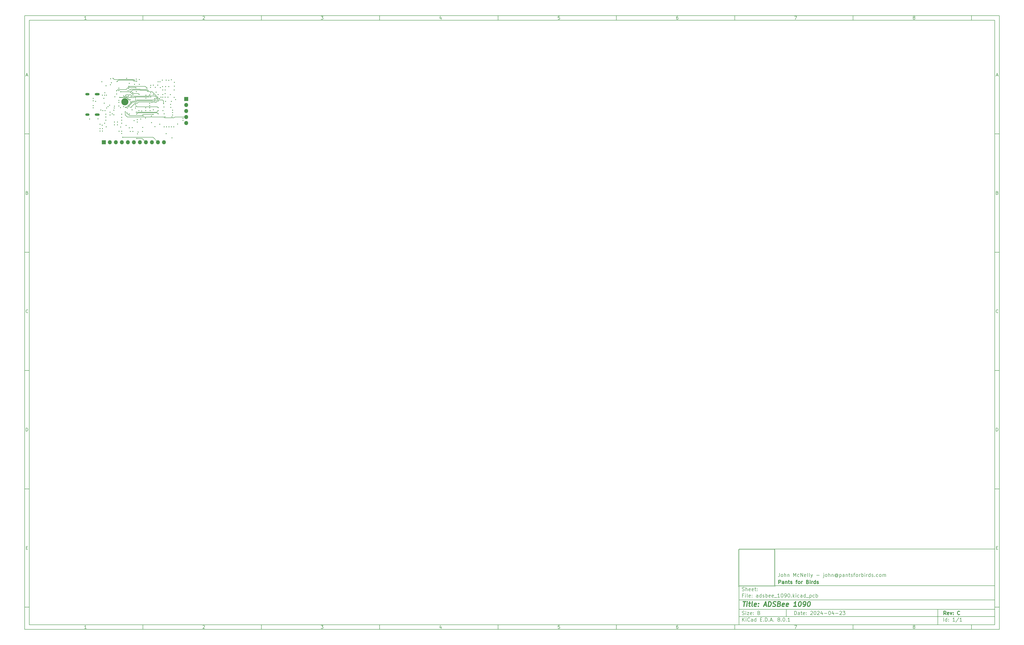
<source format=gbr>
G04 #@! TF.GenerationSoftware,KiCad,Pcbnew,8.0.1*
G04 #@! TF.CreationDate,2024-04-23T11:39:21-07:00*
G04 #@! TF.ProjectId,adsbee_1090,61647362-6565-45f3-9130-39302e6b6963,C*
G04 #@! TF.SameCoordinates,Original*
G04 #@! TF.FileFunction,Copper,L4,Inr*
G04 #@! TF.FilePolarity,Positive*
%FSLAX46Y46*%
G04 Gerber Fmt 4.6, Leading zero omitted, Abs format (unit mm)*
G04 Created by KiCad (PCBNEW 8.0.1) date 2024-04-23 11:39:21*
%MOMM*%
%LPD*%
G01*
G04 APERTURE LIST*
%ADD10C,0.100000*%
%ADD11C,0.150000*%
%ADD12C,0.300000*%
%ADD13C,0.400000*%
G04 #@! TA.AperFunction,ComponentPad*
%ADD14R,1.700000X1.700000*%
G04 #@! TD*
G04 #@! TA.AperFunction,ComponentPad*
%ADD15O,1.700000X1.700000*%
G04 #@! TD*
G04 #@! TA.AperFunction,ComponentPad*
%ADD16O,2.100000X1.000000*%
G04 #@! TD*
G04 #@! TA.AperFunction,ComponentPad*
%ADD17O,1.800000X1.000000*%
G04 #@! TD*
G04 #@! TA.AperFunction,ViaPad*
%ADD18C,0.400000*%
G04 #@! TD*
G04 #@! TA.AperFunction,ViaPad*
%ADD19C,3.000000*%
G04 #@! TD*
G04 #@! TA.AperFunction,Conductor*
%ADD20C,0.250000*%
G04 #@! TD*
G04 #@! TA.AperFunction,Conductor*
%ADD21C,0.150000*%
G04 #@! TD*
G04 APERTURE END LIST*
D10*
X311457819Y-235654619D02*
X311457819Y-251240982D01*
X327044182Y-251240982D01*
X327044182Y-235654619D01*
X311457819Y-235654619D01*
D11*
X311800000Y-235400000D02*
X419800000Y-235400000D01*
X419800000Y-267400000D01*
X311800000Y-267400000D01*
X311800000Y-235400000D01*
D10*
D11*
X10000000Y-10000000D02*
X421800000Y-10000000D01*
X421800000Y-269400000D01*
X10000000Y-269400000D01*
X10000000Y-10000000D01*
D10*
D11*
X12000000Y-12000000D02*
X419800000Y-12000000D01*
X419800000Y-267400000D01*
X12000000Y-267400000D01*
X12000000Y-12000000D01*
D10*
D11*
X60000000Y-12000000D02*
X60000000Y-10000000D01*
D10*
D11*
X110000000Y-12000000D02*
X110000000Y-10000000D01*
D10*
D11*
X160000000Y-12000000D02*
X160000000Y-10000000D01*
D10*
D11*
X210000000Y-12000000D02*
X210000000Y-10000000D01*
D10*
D11*
X260000000Y-12000000D02*
X260000000Y-10000000D01*
D10*
D11*
X310000000Y-12000000D02*
X310000000Y-10000000D01*
D10*
D11*
X360000000Y-12000000D02*
X360000000Y-10000000D01*
D10*
D11*
X410000000Y-12000000D02*
X410000000Y-10000000D01*
D10*
D11*
X36089160Y-11593604D02*
X35346303Y-11593604D01*
X35717731Y-11593604D02*
X35717731Y-10293604D01*
X35717731Y-10293604D02*
X35593922Y-10479319D01*
X35593922Y-10479319D02*
X35470112Y-10603128D01*
X35470112Y-10603128D02*
X35346303Y-10665033D01*
D10*
D11*
X85346303Y-10417414D02*
X85408207Y-10355509D01*
X85408207Y-10355509D02*
X85532017Y-10293604D01*
X85532017Y-10293604D02*
X85841541Y-10293604D01*
X85841541Y-10293604D02*
X85965350Y-10355509D01*
X85965350Y-10355509D02*
X86027255Y-10417414D01*
X86027255Y-10417414D02*
X86089160Y-10541223D01*
X86089160Y-10541223D02*
X86089160Y-10665033D01*
X86089160Y-10665033D02*
X86027255Y-10850747D01*
X86027255Y-10850747D02*
X85284398Y-11593604D01*
X85284398Y-11593604D02*
X86089160Y-11593604D01*
D10*
D11*
X135284398Y-10293604D02*
X136089160Y-10293604D01*
X136089160Y-10293604D02*
X135655826Y-10788842D01*
X135655826Y-10788842D02*
X135841541Y-10788842D01*
X135841541Y-10788842D02*
X135965350Y-10850747D01*
X135965350Y-10850747D02*
X136027255Y-10912652D01*
X136027255Y-10912652D02*
X136089160Y-11036461D01*
X136089160Y-11036461D02*
X136089160Y-11345985D01*
X136089160Y-11345985D02*
X136027255Y-11469795D01*
X136027255Y-11469795D02*
X135965350Y-11531700D01*
X135965350Y-11531700D02*
X135841541Y-11593604D01*
X135841541Y-11593604D02*
X135470112Y-11593604D01*
X135470112Y-11593604D02*
X135346303Y-11531700D01*
X135346303Y-11531700D02*
X135284398Y-11469795D01*
D10*
D11*
X185965350Y-10726938D02*
X185965350Y-11593604D01*
X185655826Y-10231700D02*
X185346303Y-11160271D01*
X185346303Y-11160271D02*
X186151064Y-11160271D01*
D10*
D11*
X236027255Y-10293604D02*
X235408207Y-10293604D01*
X235408207Y-10293604D02*
X235346303Y-10912652D01*
X235346303Y-10912652D02*
X235408207Y-10850747D01*
X235408207Y-10850747D02*
X235532017Y-10788842D01*
X235532017Y-10788842D02*
X235841541Y-10788842D01*
X235841541Y-10788842D02*
X235965350Y-10850747D01*
X235965350Y-10850747D02*
X236027255Y-10912652D01*
X236027255Y-10912652D02*
X236089160Y-11036461D01*
X236089160Y-11036461D02*
X236089160Y-11345985D01*
X236089160Y-11345985D02*
X236027255Y-11469795D01*
X236027255Y-11469795D02*
X235965350Y-11531700D01*
X235965350Y-11531700D02*
X235841541Y-11593604D01*
X235841541Y-11593604D02*
X235532017Y-11593604D01*
X235532017Y-11593604D02*
X235408207Y-11531700D01*
X235408207Y-11531700D02*
X235346303Y-11469795D01*
D10*
D11*
X285965350Y-10293604D02*
X285717731Y-10293604D01*
X285717731Y-10293604D02*
X285593922Y-10355509D01*
X285593922Y-10355509D02*
X285532017Y-10417414D01*
X285532017Y-10417414D02*
X285408207Y-10603128D01*
X285408207Y-10603128D02*
X285346303Y-10850747D01*
X285346303Y-10850747D02*
X285346303Y-11345985D01*
X285346303Y-11345985D02*
X285408207Y-11469795D01*
X285408207Y-11469795D02*
X285470112Y-11531700D01*
X285470112Y-11531700D02*
X285593922Y-11593604D01*
X285593922Y-11593604D02*
X285841541Y-11593604D01*
X285841541Y-11593604D02*
X285965350Y-11531700D01*
X285965350Y-11531700D02*
X286027255Y-11469795D01*
X286027255Y-11469795D02*
X286089160Y-11345985D01*
X286089160Y-11345985D02*
X286089160Y-11036461D01*
X286089160Y-11036461D02*
X286027255Y-10912652D01*
X286027255Y-10912652D02*
X285965350Y-10850747D01*
X285965350Y-10850747D02*
X285841541Y-10788842D01*
X285841541Y-10788842D02*
X285593922Y-10788842D01*
X285593922Y-10788842D02*
X285470112Y-10850747D01*
X285470112Y-10850747D02*
X285408207Y-10912652D01*
X285408207Y-10912652D02*
X285346303Y-11036461D01*
D10*
D11*
X335284398Y-10293604D02*
X336151064Y-10293604D01*
X336151064Y-10293604D02*
X335593922Y-11593604D01*
D10*
D11*
X385593922Y-10850747D02*
X385470112Y-10788842D01*
X385470112Y-10788842D02*
X385408207Y-10726938D01*
X385408207Y-10726938D02*
X385346303Y-10603128D01*
X385346303Y-10603128D02*
X385346303Y-10541223D01*
X385346303Y-10541223D02*
X385408207Y-10417414D01*
X385408207Y-10417414D02*
X385470112Y-10355509D01*
X385470112Y-10355509D02*
X385593922Y-10293604D01*
X385593922Y-10293604D02*
X385841541Y-10293604D01*
X385841541Y-10293604D02*
X385965350Y-10355509D01*
X385965350Y-10355509D02*
X386027255Y-10417414D01*
X386027255Y-10417414D02*
X386089160Y-10541223D01*
X386089160Y-10541223D02*
X386089160Y-10603128D01*
X386089160Y-10603128D02*
X386027255Y-10726938D01*
X386027255Y-10726938D02*
X385965350Y-10788842D01*
X385965350Y-10788842D02*
X385841541Y-10850747D01*
X385841541Y-10850747D02*
X385593922Y-10850747D01*
X385593922Y-10850747D02*
X385470112Y-10912652D01*
X385470112Y-10912652D02*
X385408207Y-10974557D01*
X385408207Y-10974557D02*
X385346303Y-11098366D01*
X385346303Y-11098366D02*
X385346303Y-11345985D01*
X385346303Y-11345985D02*
X385408207Y-11469795D01*
X385408207Y-11469795D02*
X385470112Y-11531700D01*
X385470112Y-11531700D02*
X385593922Y-11593604D01*
X385593922Y-11593604D02*
X385841541Y-11593604D01*
X385841541Y-11593604D02*
X385965350Y-11531700D01*
X385965350Y-11531700D02*
X386027255Y-11469795D01*
X386027255Y-11469795D02*
X386089160Y-11345985D01*
X386089160Y-11345985D02*
X386089160Y-11098366D01*
X386089160Y-11098366D02*
X386027255Y-10974557D01*
X386027255Y-10974557D02*
X385965350Y-10912652D01*
X385965350Y-10912652D02*
X385841541Y-10850747D01*
D10*
D11*
X60000000Y-267400000D02*
X60000000Y-269400000D01*
D10*
D11*
X110000000Y-267400000D02*
X110000000Y-269400000D01*
D10*
D11*
X160000000Y-267400000D02*
X160000000Y-269400000D01*
D10*
D11*
X210000000Y-267400000D02*
X210000000Y-269400000D01*
D10*
D11*
X260000000Y-267400000D02*
X260000000Y-269400000D01*
D10*
D11*
X310000000Y-267400000D02*
X310000000Y-269400000D01*
D10*
D11*
X360000000Y-267400000D02*
X360000000Y-269400000D01*
D10*
D11*
X410000000Y-267400000D02*
X410000000Y-269400000D01*
D10*
D11*
X36089160Y-268993604D02*
X35346303Y-268993604D01*
X35717731Y-268993604D02*
X35717731Y-267693604D01*
X35717731Y-267693604D02*
X35593922Y-267879319D01*
X35593922Y-267879319D02*
X35470112Y-268003128D01*
X35470112Y-268003128D02*
X35346303Y-268065033D01*
D10*
D11*
X85346303Y-267817414D02*
X85408207Y-267755509D01*
X85408207Y-267755509D02*
X85532017Y-267693604D01*
X85532017Y-267693604D02*
X85841541Y-267693604D01*
X85841541Y-267693604D02*
X85965350Y-267755509D01*
X85965350Y-267755509D02*
X86027255Y-267817414D01*
X86027255Y-267817414D02*
X86089160Y-267941223D01*
X86089160Y-267941223D02*
X86089160Y-268065033D01*
X86089160Y-268065033D02*
X86027255Y-268250747D01*
X86027255Y-268250747D02*
X85284398Y-268993604D01*
X85284398Y-268993604D02*
X86089160Y-268993604D01*
D10*
D11*
X135284398Y-267693604D02*
X136089160Y-267693604D01*
X136089160Y-267693604D02*
X135655826Y-268188842D01*
X135655826Y-268188842D02*
X135841541Y-268188842D01*
X135841541Y-268188842D02*
X135965350Y-268250747D01*
X135965350Y-268250747D02*
X136027255Y-268312652D01*
X136027255Y-268312652D02*
X136089160Y-268436461D01*
X136089160Y-268436461D02*
X136089160Y-268745985D01*
X136089160Y-268745985D02*
X136027255Y-268869795D01*
X136027255Y-268869795D02*
X135965350Y-268931700D01*
X135965350Y-268931700D02*
X135841541Y-268993604D01*
X135841541Y-268993604D02*
X135470112Y-268993604D01*
X135470112Y-268993604D02*
X135346303Y-268931700D01*
X135346303Y-268931700D02*
X135284398Y-268869795D01*
D10*
D11*
X185965350Y-268126938D02*
X185965350Y-268993604D01*
X185655826Y-267631700D02*
X185346303Y-268560271D01*
X185346303Y-268560271D02*
X186151064Y-268560271D01*
D10*
D11*
X236027255Y-267693604D02*
X235408207Y-267693604D01*
X235408207Y-267693604D02*
X235346303Y-268312652D01*
X235346303Y-268312652D02*
X235408207Y-268250747D01*
X235408207Y-268250747D02*
X235532017Y-268188842D01*
X235532017Y-268188842D02*
X235841541Y-268188842D01*
X235841541Y-268188842D02*
X235965350Y-268250747D01*
X235965350Y-268250747D02*
X236027255Y-268312652D01*
X236027255Y-268312652D02*
X236089160Y-268436461D01*
X236089160Y-268436461D02*
X236089160Y-268745985D01*
X236089160Y-268745985D02*
X236027255Y-268869795D01*
X236027255Y-268869795D02*
X235965350Y-268931700D01*
X235965350Y-268931700D02*
X235841541Y-268993604D01*
X235841541Y-268993604D02*
X235532017Y-268993604D01*
X235532017Y-268993604D02*
X235408207Y-268931700D01*
X235408207Y-268931700D02*
X235346303Y-268869795D01*
D10*
D11*
X285965350Y-267693604D02*
X285717731Y-267693604D01*
X285717731Y-267693604D02*
X285593922Y-267755509D01*
X285593922Y-267755509D02*
X285532017Y-267817414D01*
X285532017Y-267817414D02*
X285408207Y-268003128D01*
X285408207Y-268003128D02*
X285346303Y-268250747D01*
X285346303Y-268250747D02*
X285346303Y-268745985D01*
X285346303Y-268745985D02*
X285408207Y-268869795D01*
X285408207Y-268869795D02*
X285470112Y-268931700D01*
X285470112Y-268931700D02*
X285593922Y-268993604D01*
X285593922Y-268993604D02*
X285841541Y-268993604D01*
X285841541Y-268993604D02*
X285965350Y-268931700D01*
X285965350Y-268931700D02*
X286027255Y-268869795D01*
X286027255Y-268869795D02*
X286089160Y-268745985D01*
X286089160Y-268745985D02*
X286089160Y-268436461D01*
X286089160Y-268436461D02*
X286027255Y-268312652D01*
X286027255Y-268312652D02*
X285965350Y-268250747D01*
X285965350Y-268250747D02*
X285841541Y-268188842D01*
X285841541Y-268188842D02*
X285593922Y-268188842D01*
X285593922Y-268188842D02*
X285470112Y-268250747D01*
X285470112Y-268250747D02*
X285408207Y-268312652D01*
X285408207Y-268312652D02*
X285346303Y-268436461D01*
D10*
D11*
X335284398Y-267693604D02*
X336151064Y-267693604D01*
X336151064Y-267693604D02*
X335593922Y-268993604D01*
D10*
D11*
X385593922Y-268250747D02*
X385470112Y-268188842D01*
X385470112Y-268188842D02*
X385408207Y-268126938D01*
X385408207Y-268126938D02*
X385346303Y-268003128D01*
X385346303Y-268003128D02*
X385346303Y-267941223D01*
X385346303Y-267941223D02*
X385408207Y-267817414D01*
X385408207Y-267817414D02*
X385470112Y-267755509D01*
X385470112Y-267755509D02*
X385593922Y-267693604D01*
X385593922Y-267693604D02*
X385841541Y-267693604D01*
X385841541Y-267693604D02*
X385965350Y-267755509D01*
X385965350Y-267755509D02*
X386027255Y-267817414D01*
X386027255Y-267817414D02*
X386089160Y-267941223D01*
X386089160Y-267941223D02*
X386089160Y-268003128D01*
X386089160Y-268003128D02*
X386027255Y-268126938D01*
X386027255Y-268126938D02*
X385965350Y-268188842D01*
X385965350Y-268188842D02*
X385841541Y-268250747D01*
X385841541Y-268250747D02*
X385593922Y-268250747D01*
X385593922Y-268250747D02*
X385470112Y-268312652D01*
X385470112Y-268312652D02*
X385408207Y-268374557D01*
X385408207Y-268374557D02*
X385346303Y-268498366D01*
X385346303Y-268498366D02*
X385346303Y-268745985D01*
X385346303Y-268745985D02*
X385408207Y-268869795D01*
X385408207Y-268869795D02*
X385470112Y-268931700D01*
X385470112Y-268931700D02*
X385593922Y-268993604D01*
X385593922Y-268993604D02*
X385841541Y-268993604D01*
X385841541Y-268993604D02*
X385965350Y-268931700D01*
X385965350Y-268931700D02*
X386027255Y-268869795D01*
X386027255Y-268869795D02*
X386089160Y-268745985D01*
X386089160Y-268745985D02*
X386089160Y-268498366D01*
X386089160Y-268498366D02*
X386027255Y-268374557D01*
X386027255Y-268374557D02*
X385965350Y-268312652D01*
X385965350Y-268312652D02*
X385841541Y-268250747D01*
D10*
D11*
X10000000Y-60000000D02*
X12000000Y-60000000D01*
D10*
D11*
X10000000Y-110000000D02*
X12000000Y-110000000D01*
D10*
D11*
X10000000Y-160000000D02*
X12000000Y-160000000D01*
D10*
D11*
X10000000Y-210000000D02*
X12000000Y-210000000D01*
D10*
D11*
X10000000Y-260000000D02*
X12000000Y-260000000D01*
D10*
D11*
X10690476Y-35222176D02*
X11309523Y-35222176D01*
X10566666Y-35593604D02*
X10999999Y-34293604D01*
X10999999Y-34293604D02*
X11433333Y-35593604D01*
D10*
D11*
X11092857Y-84912652D02*
X11278571Y-84974557D01*
X11278571Y-84974557D02*
X11340476Y-85036461D01*
X11340476Y-85036461D02*
X11402380Y-85160271D01*
X11402380Y-85160271D02*
X11402380Y-85345985D01*
X11402380Y-85345985D02*
X11340476Y-85469795D01*
X11340476Y-85469795D02*
X11278571Y-85531700D01*
X11278571Y-85531700D02*
X11154761Y-85593604D01*
X11154761Y-85593604D02*
X10659523Y-85593604D01*
X10659523Y-85593604D02*
X10659523Y-84293604D01*
X10659523Y-84293604D02*
X11092857Y-84293604D01*
X11092857Y-84293604D02*
X11216666Y-84355509D01*
X11216666Y-84355509D02*
X11278571Y-84417414D01*
X11278571Y-84417414D02*
X11340476Y-84541223D01*
X11340476Y-84541223D02*
X11340476Y-84665033D01*
X11340476Y-84665033D02*
X11278571Y-84788842D01*
X11278571Y-84788842D02*
X11216666Y-84850747D01*
X11216666Y-84850747D02*
X11092857Y-84912652D01*
X11092857Y-84912652D02*
X10659523Y-84912652D01*
D10*
D11*
X11402380Y-135469795D02*
X11340476Y-135531700D01*
X11340476Y-135531700D02*
X11154761Y-135593604D01*
X11154761Y-135593604D02*
X11030952Y-135593604D01*
X11030952Y-135593604D02*
X10845238Y-135531700D01*
X10845238Y-135531700D02*
X10721428Y-135407890D01*
X10721428Y-135407890D02*
X10659523Y-135284080D01*
X10659523Y-135284080D02*
X10597619Y-135036461D01*
X10597619Y-135036461D02*
X10597619Y-134850747D01*
X10597619Y-134850747D02*
X10659523Y-134603128D01*
X10659523Y-134603128D02*
X10721428Y-134479319D01*
X10721428Y-134479319D02*
X10845238Y-134355509D01*
X10845238Y-134355509D02*
X11030952Y-134293604D01*
X11030952Y-134293604D02*
X11154761Y-134293604D01*
X11154761Y-134293604D02*
X11340476Y-134355509D01*
X11340476Y-134355509D02*
X11402380Y-134417414D01*
D10*
D11*
X10659523Y-185593604D02*
X10659523Y-184293604D01*
X10659523Y-184293604D02*
X10969047Y-184293604D01*
X10969047Y-184293604D02*
X11154761Y-184355509D01*
X11154761Y-184355509D02*
X11278571Y-184479319D01*
X11278571Y-184479319D02*
X11340476Y-184603128D01*
X11340476Y-184603128D02*
X11402380Y-184850747D01*
X11402380Y-184850747D02*
X11402380Y-185036461D01*
X11402380Y-185036461D02*
X11340476Y-185284080D01*
X11340476Y-185284080D02*
X11278571Y-185407890D01*
X11278571Y-185407890D02*
X11154761Y-185531700D01*
X11154761Y-185531700D02*
X10969047Y-185593604D01*
X10969047Y-185593604D02*
X10659523Y-185593604D01*
D10*
D11*
X10721428Y-234912652D02*
X11154762Y-234912652D01*
X11340476Y-235593604D02*
X10721428Y-235593604D01*
X10721428Y-235593604D02*
X10721428Y-234293604D01*
X10721428Y-234293604D02*
X11340476Y-234293604D01*
D10*
D11*
X421800000Y-60000000D02*
X419800000Y-60000000D01*
D10*
D11*
X421800000Y-110000000D02*
X419800000Y-110000000D01*
D10*
D11*
X421800000Y-160000000D02*
X419800000Y-160000000D01*
D10*
D11*
X421800000Y-210000000D02*
X419800000Y-210000000D01*
D10*
D11*
X421800000Y-260000000D02*
X419800000Y-260000000D01*
D10*
D11*
X420490476Y-35222176D02*
X421109523Y-35222176D01*
X420366666Y-35593604D02*
X420799999Y-34293604D01*
X420799999Y-34293604D02*
X421233333Y-35593604D01*
D10*
D11*
X420892857Y-84912652D02*
X421078571Y-84974557D01*
X421078571Y-84974557D02*
X421140476Y-85036461D01*
X421140476Y-85036461D02*
X421202380Y-85160271D01*
X421202380Y-85160271D02*
X421202380Y-85345985D01*
X421202380Y-85345985D02*
X421140476Y-85469795D01*
X421140476Y-85469795D02*
X421078571Y-85531700D01*
X421078571Y-85531700D02*
X420954761Y-85593604D01*
X420954761Y-85593604D02*
X420459523Y-85593604D01*
X420459523Y-85593604D02*
X420459523Y-84293604D01*
X420459523Y-84293604D02*
X420892857Y-84293604D01*
X420892857Y-84293604D02*
X421016666Y-84355509D01*
X421016666Y-84355509D02*
X421078571Y-84417414D01*
X421078571Y-84417414D02*
X421140476Y-84541223D01*
X421140476Y-84541223D02*
X421140476Y-84665033D01*
X421140476Y-84665033D02*
X421078571Y-84788842D01*
X421078571Y-84788842D02*
X421016666Y-84850747D01*
X421016666Y-84850747D02*
X420892857Y-84912652D01*
X420892857Y-84912652D02*
X420459523Y-84912652D01*
D10*
D11*
X421202380Y-135469795D02*
X421140476Y-135531700D01*
X421140476Y-135531700D02*
X420954761Y-135593604D01*
X420954761Y-135593604D02*
X420830952Y-135593604D01*
X420830952Y-135593604D02*
X420645238Y-135531700D01*
X420645238Y-135531700D02*
X420521428Y-135407890D01*
X420521428Y-135407890D02*
X420459523Y-135284080D01*
X420459523Y-135284080D02*
X420397619Y-135036461D01*
X420397619Y-135036461D02*
X420397619Y-134850747D01*
X420397619Y-134850747D02*
X420459523Y-134603128D01*
X420459523Y-134603128D02*
X420521428Y-134479319D01*
X420521428Y-134479319D02*
X420645238Y-134355509D01*
X420645238Y-134355509D02*
X420830952Y-134293604D01*
X420830952Y-134293604D02*
X420954761Y-134293604D01*
X420954761Y-134293604D02*
X421140476Y-134355509D01*
X421140476Y-134355509D02*
X421202380Y-134417414D01*
D10*
D11*
X420459523Y-185593604D02*
X420459523Y-184293604D01*
X420459523Y-184293604D02*
X420769047Y-184293604D01*
X420769047Y-184293604D02*
X420954761Y-184355509D01*
X420954761Y-184355509D02*
X421078571Y-184479319D01*
X421078571Y-184479319D02*
X421140476Y-184603128D01*
X421140476Y-184603128D02*
X421202380Y-184850747D01*
X421202380Y-184850747D02*
X421202380Y-185036461D01*
X421202380Y-185036461D02*
X421140476Y-185284080D01*
X421140476Y-185284080D02*
X421078571Y-185407890D01*
X421078571Y-185407890D02*
X420954761Y-185531700D01*
X420954761Y-185531700D02*
X420769047Y-185593604D01*
X420769047Y-185593604D02*
X420459523Y-185593604D01*
D10*
D11*
X420521428Y-234912652D02*
X420954762Y-234912652D01*
X421140476Y-235593604D02*
X420521428Y-235593604D01*
X420521428Y-235593604D02*
X420521428Y-234293604D01*
X420521428Y-234293604D02*
X421140476Y-234293604D01*
D10*
D11*
X335255826Y-263186128D02*
X335255826Y-261686128D01*
X335255826Y-261686128D02*
X335612969Y-261686128D01*
X335612969Y-261686128D02*
X335827255Y-261757557D01*
X335827255Y-261757557D02*
X335970112Y-261900414D01*
X335970112Y-261900414D02*
X336041541Y-262043271D01*
X336041541Y-262043271D02*
X336112969Y-262328985D01*
X336112969Y-262328985D02*
X336112969Y-262543271D01*
X336112969Y-262543271D02*
X336041541Y-262828985D01*
X336041541Y-262828985D02*
X335970112Y-262971842D01*
X335970112Y-262971842D02*
X335827255Y-263114700D01*
X335827255Y-263114700D02*
X335612969Y-263186128D01*
X335612969Y-263186128D02*
X335255826Y-263186128D01*
X337398684Y-263186128D02*
X337398684Y-262400414D01*
X337398684Y-262400414D02*
X337327255Y-262257557D01*
X337327255Y-262257557D02*
X337184398Y-262186128D01*
X337184398Y-262186128D02*
X336898684Y-262186128D01*
X336898684Y-262186128D02*
X336755826Y-262257557D01*
X337398684Y-263114700D02*
X337255826Y-263186128D01*
X337255826Y-263186128D02*
X336898684Y-263186128D01*
X336898684Y-263186128D02*
X336755826Y-263114700D01*
X336755826Y-263114700D02*
X336684398Y-262971842D01*
X336684398Y-262971842D02*
X336684398Y-262828985D01*
X336684398Y-262828985D02*
X336755826Y-262686128D01*
X336755826Y-262686128D02*
X336898684Y-262614700D01*
X336898684Y-262614700D02*
X337255826Y-262614700D01*
X337255826Y-262614700D02*
X337398684Y-262543271D01*
X337898684Y-262186128D02*
X338470112Y-262186128D01*
X338112969Y-261686128D02*
X338112969Y-262971842D01*
X338112969Y-262971842D02*
X338184398Y-263114700D01*
X338184398Y-263114700D02*
X338327255Y-263186128D01*
X338327255Y-263186128D02*
X338470112Y-263186128D01*
X339541541Y-263114700D02*
X339398684Y-263186128D01*
X339398684Y-263186128D02*
X339112970Y-263186128D01*
X339112970Y-263186128D02*
X338970112Y-263114700D01*
X338970112Y-263114700D02*
X338898684Y-262971842D01*
X338898684Y-262971842D02*
X338898684Y-262400414D01*
X338898684Y-262400414D02*
X338970112Y-262257557D01*
X338970112Y-262257557D02*
X339112970Y-262186128D01*
X339112970Y-262186128D02*
X339398684Y-262186128D01*
X339398684Y-262186128D02*
X339541541Y-262257557D01*
X339541541Y-262257557D02*
X339612970Y-262400414D01*
X339612970Y-262400414D02*
X339612970Y-262543271D01*
X339612970Y-262543271D02*
X338898684Y-262686128D01*
X340255826Y-263043271D02*
X340327255Y-263114700D01*
X340327255Y-263114700D02*
X340255826Y-263186128D01*
X340255826Y-263186128D02*
X340184398Y-263114700D01*
X340184398Y-263114700D02*
X340255826Y-263043271D01*
X340255826Y-263043271D02*
X340255826Y-263186128D01*
X340255826Y-262257557D02*
X340327255Y-262328985D01*
X340327255Y-262328985D02*
X340255826Y-262400414D01*
X340255826Y-262400414D02*
X340184398Y-262328985D01*
X340184398Y-262328985D02*
X340255826Y-262257557D01*
X340255826Y-262257557D02*
X340255826Y-262400414D01*
X342041541Y-261828985D02*
X342112969Y-261757557D01*
X342112969Y-261757557D02*
X342255827Y-261686128D01*
X342255827Y-261686128D02*
X342612969Y-261686128D01*
X342612969Y-261686128D02*
X342755827Y-261757557D01*
X342755827Y-261757557D02*
X342827255Y-261828985D01*
X342827255Y-261828985D02*
X342898684Y-261971842D01*
X342898684Y-261971842D02*
X342898684Y-262114700D01*
X342898684Y-262114700D02*
X342827255Y-262328985D01*
X342827255Y-262328985D02*
X341970112Y-263186128D01*
X341970112Y-263186128D02*
X342898684Y-263186128D01*
X343827255Y-261686128D02*
X343970112Y-261686128D01*
X343970112Y-261686128D02*
X344112969Y-261757557D01*
X344112969Y-261757557D02*
X344184398Y-261828985D01*
X344184398Y-261828985D02*
X344255826Y-261971842D01*
X344255826Y-261971842D02*
X344327255Y-262257557D01*
X344327255Y-262257557D02*
X344327255Y-262614700D01*
X344327255Y-262614700D02*
X344255826Y-262900414D01*
X344255826Y-262900414D02*
X344184398Y-263043271D01*
X344184398Y-263043271D02*
X344112969Y-263114700D01*
X344112969Y-263114700D02*
X343970112Y-263186128D01*
X343970112Y-263186128D02*
X343827255Y-263186128D01*
X343827255Y-263186128D02*
X343684398Y-263114700D01*
X343684398Y-263114700D02*
X343612969Y-263043271D01*
X343612969Y-263043271D02*
X343541540Y-262900414D01*
X343541540Y-262900414D02*
X343470112Y-262614700D01*
X343470112Y-262614700D02*
X343470112Y-262257557D01*
X343470112Y-262257557D02*
X343541540Y-261971842D01*
X343541540Y-261971842D02*
X343612969Y-261828985D01*
X343612969Y-261828985D02*
X343684398Y-261757557D01*
X343684398Y-261757557D02*
X343827255Y-261686128D01*
X344898683Y-261828985D02*
X344970111Y-261757557D01*
X344970111Y-261757557D02*
X345112969Y-261686128D01*
X345112969Y-261686128D02*
X345470111Y-261686128D01*
X345470111Y-261686128D02*
X345612969Y-261757557D01*
X345612969Y-261757557D02*
X345684397Y-261828985D01*
X345684397Y-261828985D02*
X345755826Y-261971842D01*
X345755826Y-261971842D02*
X345755826Y-262114700D01*
X345755826Y-262114700D02*
X345684397Y-262328985D01*
X345684397Y-262328985D02*
X344827254Y-263186128D01*
X344827254Y-263186128D02*
X345755826Y-263186128D01*
X347041540Y-262186128D02*
X347041540Y-263186128D01*
X346684397Y-261614700D02*
X346327254Y-262686128D01*
X346327254Y-262686128D02*
X347255825Y-262686128D01*
X347827253Y-262614700D02*
X348970111Y-262614700D01*
X349970111Y-261686128D02*
X350112968Y-261686128D01*
X350112968Y-261686128D02*
X350255825Y-261757557D01*
X350255825Y-261757557D02*
X350327254Y-261828985D01*
X350327254Y-261828985D02*
X350398682Y-261971842D01*
X350398682Y-261971842D02*
X350470111Y-262257557D01*
X350470111Y-262257557D02*
X350470111Y-262614700D01*
X350470111Y-262614700D02*
X350398682Y-262900414D01*
X350398682Y-262900414D02*
X350327254Y-263043271D01*
X350327254Y-263043271D02*
X350255825Y-263114700D01*
X350255825Y-263114700D02*
X350112968Y-263186128D01*
X350112968Y-263186128D02*
X349970111Y-263186128D01*
X349970111Y-263186128D02*
X349827254Y-263114700D01*
X349827254Y-263114700D02*
X349755825Y-263043271D01*
X349755825Y-263043271D02*
X349684396Y-262900414D01*
X349684396Y-262900414D02*
X349612968Y-262614700D01*
X349612968Y-262614700D02*
X349612968Y-262257557D01*
X349612968Y-262257557D02*
X349684396Y-261971842D01*
X349684396Y-261971842D02*
X349755825Y-261828985D01*
X349755825Y-261828985D02*
X349827254Y-261757557D01*
X349827254Y-261757557D02*
X349970111Y-261686128D01*
X351755825Y-262186128D02*
X351755825Y-263186128D01*
X351398682Y-261614700D02*
X351041539Y-262686128D01*
X351041539Y-262686128D02*
X351970110Y-262686128D01*
X352541538Y-262614700D02*
X353684396Y-262614700D01*
X354327253Y-261828985D02*
X354398681Y-261757557D01*
X354398681Y-261757557D02*
X354541539Y-261686128D01*
X354541539Y-261686128D02*
X354898681Y-261686128D01*
X354898681Y-261686128D02*
X355041539Y-261757557D01*
X355041539Y-261757557D02*
X355112967Y-261828985D01*
X355112967Y-261828985D02*
X355184396Y-261971842D01*
X355184396Y-261971842D02*
X355184396Y-262114700D01*
X355184396Y-262114700D02*
X355112967Y-262328985D01*
X355112967Y-262328985D02*
X354255824Y-263186128D01*
X354255824Y-263186128D02*
X355184396Y-263186128D01*
X355684395Y-261686128D02*
X356612967Y-261686128D01*
X356612967Y-261686128D02*
X356112967Y-262257557D01*
X356112967Y-262257557D02*
X356327252Y-262257557D01*
X356327252Y-262257557D02*
X356470110Y-262328985D01*
X356470110Y-262328985D02*
X356541538Y-262400414D01*
X356541538Y-262400414D02*
X356612967Y-262543271D01*
X356612967Y-262543271D02*
X356612967Y-262900414D01*
X356612967Y-262900414D02*
X356541538Y-263043271D01*
X356541538Y-263043271D02*
X356470110Y-263114700D01*
X356470110Y-263114700D02*
X356327252Y-263186128D01*
X356327252Y-263186128D02*
X355898681Y-263186128D01*
X355898681Y-263186128D02*
X355755824Y-263114700D01*
X355755824Y-263114700D02*
X355684395Y-263043271D01*
D10*
D11*
X311800000Y-263900000D02*
X419800000Y-263900000D01*
D10*
D11*
X313255826Y-265986128D02*
X313255826Y-264486128D01*
X314112969Y-265986128D02*
X313470112Y-265128985D01*
X314112969Y-264486128D02*
X313255826Y-265343271D01*
X314755826Y-265986128D02*
X314755826Y-264986128D01*
X314755826Y-264486128D02*
X314684398Y-264557557D01*
X314684398Y-264557557D02*
X314755826Y-264628985D01*
X314755826Y-264628985D02*
X314827255Y-264557557D01*
X314827255Y-264557557D02*
X314755826Y-264486128D01*
X314755826Y-264486128D02*
X314755826Y-264628985D01*
X316327255Y-265843271D02*
X316255827Y-265914700D01*
X316255827Y-265914700D02*
X316041541Y-265986128D01*
X316041541Y-265986128D02*
X315898684Y-265986128D01*
X315898684Y-265986128D02*
X315684398Y-265914700D01*
X315684398Y-265914700D02*
X315541541Y-265771842D01*
X315541541Y-265771842D02*
X315470112Y-265628985D01*
X315470112Y-265628985D02*
X315398684Y-265343271D01*
X315398684Y-265343271D02*
X315398684Y-265128985D01*
X315398684Y-265128985D02*
X315470112Y-264843271D01*
X315470112Y-264843271D02*
X315541541Y-264700414D01*
X315541541Y-264700414D02*
X315684398Y-264557557D01*
X315684398Y-264557557D02*
X315898684Y-264486128D01*
X315898684Y-264486128D02*
X316041541Y-264486128D01*
X316041541Y-264486128D02*
X316255827Y-264557557D01*
X316255827Y-264557557D02*
X316327255Y-264628985D01*
X317612970Y-265986128D02*
X317612970Y-265200414D01*
X317612970Y-265200414D02*
X317541541Y-265057557D01*
X317541541Y-265057557D02*
X317398684Y-264986128D01*
X317398684Y-264986128D02*
X317112970Y-264986128D01*
X317112970Y-264986128D02*
X316970112Y-265057557D01*
X317612970Y-265914700D02*
X317470112Y-265986128D01*
X317470112Y-265986128D02*
X317112970Y-265986128D01*
X317112970Y-265986128D02*
X316970112Y-265914700D01*
X316970112Y-265914700D02*
X316898684Y-265771842D01*
X316898684Y-265771842D02*
X316898684Y-265628985D01*
X316898684Y-265628985D02*
X316970112Y-265486128D01*
X316970112Y-265486128D02*
X317112970Y-265414700D01*
X317112970Y-265414700D02*
X317470112Y-265414700D01*
X317470112Y-265414700D02*
X317612970Y-265343271D01*
X318970113Y-265986128D02*
X318970113Y-264486128D01*
X318970113Y-265914700D02*
X318827255Y-265986128D01*
X318827255Y-265986128D02*
X318541541Y-265986128D01*
X318541541Y-265986128D02*
X318398684Y-265914700D01*
X318398684Y-265914700D02*
X318327255Y-265843271D01*
X318327255Y-265843271D02*
X318255827Y-265700414D01*
X318255827Y-265700414D02*
X318255827Y-265271842D01*
X318255827Y-265271842D02*
X318327255Y-265128985D01*
X318327255Y-265128985D02*
X318398684Y-265057557D01*
X318398684Y-265057557D02*
X318541541Y-264986128D01*
X318541541Y-264986128D02*
X318827255Y-264986128D01*
X318827255Y-264986128D02*
X318970113Y-265057557D01*
X320827255Y-265200414D02*
X321327255Y-265200414D01*
X321541541Y-265986128D02*
X320827255Y-265986128D01*
X320827255Y-265986128D02*
X320827255Y-264486128D01*
X320827255Y-264486128D02*
X321541541Y-264486128D01*
X322184398Y-265843271D02*
X322255827Y-265914700D01*
X322255827Y-265914700D02*
X322184398Y-265986128D01*
X322184398Y-265986128D02*
X322112970Y-265914700D01*
X322112970Y-265914700D02*
X322184398Y-265843271D01*
X322184398Y-265843271D02*
X322184398Y-265986128D01*
X322898684Y-265986128D02*
X322898684Y-264486128D01*
X322898684Y-264486128D02*
X323255827Y-264486128D01*
X323255827Y-264486128D02*
X323470113Y-264557557D01*
X323470113Y-264557557D02*
X323612970Y-264700414D01*
X323612970Y-264700414D02*
X323684399Y-264843271D01*
X323684399Y-264843271D02*
X323755827Y-265128985D01*
X323755827Y-265128985D02*
X323755827Y-265343271D01*
X323755827Y-265343271D02*
X323684399Y-265628985D01*
X323684399Y-265628985D02*
X323612970Y-265771842D01*
X323612970Y-265771842D02*
X323470113Y-265914700D01*
X323470113Y-265914700D02*
X323255827Y-265986128D01*
X323255827Y-265986128D02*
X322898684Y-265986128D01*
X324398684Y-265843271D02*
X324470113Y-265914700D01*
X324470113Y-265914700D02*
X324398684Y-265986128D01*
X324398684Y-265986128D02*
X324327256Y-265914700D01*
X324327256Y-265914700D02*
X324398684Y-265843271D01*
X324398684Y-265843271D02*
X324398684Y-265986128D01*
X325041542Y-265557557D02*
X325755828Y-265557557D01*
X324898685Y-265986128D02*
X325398685Y-264486128D01*
X325398685Y-264486128D02*
X325898685Y-265986128D01*
X326398684Y-265843271D02*
X326470113Y-265914700D01*
X326470113Y-265914700D02*
X326398684Y-265986128D01*
X326398684Y-265986128D02*
X326327256Y-265914700D01*
X326327256Y-265914700D02*
X326398684Y-265843271D01*
X326398684Y-265843271D02*
X326398684Y-265986128D01*
X328470113Y-265128985D02*
X328327256Y-265057557D01*
X328327256Y-265057557D02*
X328255827Y-264986128D01*
X328255827Y-264986128D02*
X328184399Y-264843271D01*
X328184399Y-264843271D02*
X328184399Y-264771842D01*
X328184399Y-264771842D02*
X328255827Y-264628985D01*
X328255827Y-264628985D02*
X328327256Y-264557557D01*
X328327256Y-264557557D02*
X328470113Y-264486128D01*
X328470113Y-264486128D02*
X328755827Y-264486128D01*
X328755827Y-264486128D02*
X328898685Y-264557557D01*
X328898685Y-264557557D02*
X328970113Y-264628985D01*
X328970113Y-264628985D02*
X329041542Y-264771842D01*
X329041542Y-264771842D02*
X329041542Y-264843271D01*
X329041542Y-264843271D02*
X328970113Y-264986128D01*
X328970113Y-264986128D02*
X328898685Y-265057557D01*
X328898685Y-265057557D02*
X328755827Y-265128985D01*
X328755827Y-265128985D02*
X328470113Y-265128985D01*
X328470113Y-265128985D02*
X328327256Y-265200414D01*
X328327256Y-265200414D02*
X328255827Y-265271842D01*
X328255827Y-265271842D02*
X328184399Y-265414700D01*
X328184399Y-265414700D02*
X328184399Y-265700414D01*
X328184399Y-265700414D02*
X328255827Y-265843271D01*
X328255827Y-265843271D02*
X328327256Y-265914700D01*
X328327256Y-265914700D02*
X328470113Y-265986128D01*
X328470113Y-265986128D02*
X328755827Y-265986128D01*
X328755827Y-265986128D02*
X328898685Y-265914700D01*
X328898685Y-265914700D02*
X328970113Y-265843271D01*
X328970113Y-265843271D02*
X329041542Y-265700414D01*
X329041542Y-265700414D02*
X329041542Y-265414700D01*
X329041542Y-265414700D02*
X328970113Y-265271842D01*
X328970113Y-265271842D02*
X328898685Y-265200414D01*
X328898685Y-265200414D02*
X328755827Y-265128985D01*
X329684398Y-265843271D02*
X329755827Y-265914700D01*
X329755827Y-265914700D02*
X329684398Y-265986128D01*
X329684398Y-265986128D02*
X329612970Y-265914700D01*
X329612970Y-265914700D02*
X329684398Y-265843271D01*
X329684398Y-265843271D02*
X329684398Y-265986128D01*
X330684399Y-264486128D02*
X330827256Y-264486128D01*
X330827256Y-264486128D02*
X330970113Y-264557557D01*
X330970113Y-264557557D02*
X331041542Y-264628985D01*
X331041542Y-264628985D02*
X331112970Y-264771842D01*
X331112970Y-264771842D02*
X331184399Y-265057557D01*
X331184399Y-265057557D02*
X331184399Y-265414700D01*
X331184399Y-265414700D02*
X331112970Y-265700414D01*
X331112970Y-265700414D02*
X331041542Y-265843271D01*
X331041542Y-265843271D02*
X330970113Y-265914700D01*
X330970113Y-265914700D02*
X330827256Y-265986128D01*
X330827256Y-265986128D02*
X330684399Y-265986128D01*
X330684399Y-265986128D02*
X330541542Y-265914700D01*
X330541542Y-265914700D02*
X330470113Y-265843271D01*
X330470113Y-265843271D02*
X330398684Y-265700414D01*
X330398684Y-265700414D02*
X330327256Y-265414700D01*
X330327256Y-265414700D02*
X330327256Y-265057557D01*
X330327256Y-265057557D02*
X330398684Y-264771842D01*
X330398684Y-264771842D02*
X330470113Y-264628985D01*
X330470113Y-264628985D02*
X330541542Y-264557557D01*
X330541542Y-264557557D02*
X330684399Y-264486128D01*
X331827255Y-265843271D02*
X331898684Y-265914700D01*
X331898684Y-265914700D02*
X331827255Y-265986128D01*
X331827255Y-265986128D02*
X331755827Y-265914700D01*
X331755827Y-265914700D02*
X331827255Y-265843271D01*
X331827255Y-265843271D02*
X331827255Y-265986128D01*
X333327256Y-265986128D02*
X332470113Y-265986128D01*
X332898684Y-265986128D02*
X332898684Y-264486128D01*
X332898684Y-264486128D02*
X332755827Y-264700414D01*
X332755827Y-264700414D02*
X332612970Y-264843271D01*
X332612970Y-264843271D02*
X332470113Y-264914700D01*
D10*
D11*
X311800000Y-260900000D02*
X419800000Y-260900000D01*
D10*
D12*
X399211653Y-263178328D02*
X398711653Y-262464042D01*
X398354510Y-263178328D02*
X398354510Y-261678328D01*
X398354510Y-261678328D02*
X398925939Y-261678328D01*
X398925939Y-261678328D02*
X399068796Y-261749757D01*
X399068796Y-261749757D02*
X399140225Y-261821185D01*
X399140225Y-261821185D02*
X399211653Y-261964042D01*
X399211653Y-261964042D02*
X399211653Y-262178328D01*
X399211653Y-262178328D02*
X399140225Y-262321185D01*
X399140225Y-262321185D02*
X399068796Y-262392614D01*
X399068796Y-262392614D02*
X398925939Y-262464042D01*
X398925939Y-262464042D02*
X398354510Y-262464042D01*
X400425939Y-263106900D02*
X400283082Y-263178328D01*
X400283082Y-263178328D02*
X399997368Y-263178328D01*
X399997368Y-263178328D02*
X399854510Y-263106900D01*
X399854510Y-263106900D02*
X399783082Y-262964042D01*
X399783082Y-262964042D02*
X399783082Y-262392614D01*
X399783082Y-262392614D02*
X399854510Y-262249757D01*
X399854510Y-262249757D02*
X399997368Y-262178328D01*
X399997368Y-262178328D02*
X400283082Y-262178328D01*
X400283082Y-262178328D02*
X400425939Y-262249757D01*
X400425939Y-262249757D02*
X400497368Y-262392614D01*
X400497368Y-262392614D02*
X400497368Y-262535471D01*
X400497368Y-262535471D02*
X399783082Y-262678328D01*
X400997367Y-262178328D02*
X401354510Y-263178328D01*
X401354510Y-263178328D02*
X401711653Y-262178328D01*
X402283081Y-263035471D02*
X402354510Y-263106900D01*
X402354510Y-263106900D02*
X402283081Y-263178328D01*
X402283081Y-263178328D02*
X402211653Y-263106900D01*
X402211653Y-263106900D02*
X402283081Y-263035471D01*
X402283081Y-263035471D02*
X402283081Y-263178328D01*
X402283081Y-262249757D02*
X402354510Y-262321185D01*
X402354510Y-262321185D02*
X402283081Y-262392614D01*
X402283081Y-262392614D02*
X402211653Y-262321185D01*
X402211653Y-262321185D02*
X402283081Y-262249757D01*
X402283081Y-262249757D02*
X402283081Y-262392614D01*
X404997367Y-263035471D02*
X404925939Y-263106900D01*
X404925939Y-263106900D02*
X404711653Y-263178328D01*
X404711653Y-263178328D02*
X404568796Y-263178328D01*
X404568796Y-263178328D02*
X404354510Y-263106900D01*
X404354510Y-263106900D02*
X404211653Y-262964042D01*
X404211653Y-262964042D02*
X404140224Y-262821185D01*
X404140224Y-262821185D02*
X404068796Y-262535471D01*
X404068796Y-262535471D02*
X404068796Y-262321185D01*
X404068796Y-262321185D02*
X404140224Y-262035471D01*
X404140224Y-262035471D02*
X404211653Y-261892614D01*
X404211653Y-261892614D02*
X404354510Y-261749757D01*
X404354510Y-261749757D02*
X404568796Y-261678328D01*
X404568796Y-261678328D02*
X404711653Y-261678328D01*
X404711653Y-261678328D02*
X404925939Y-261749757D01*
X404925939Y-261749757D02*
X404997367Y-261821185D01*
D10*
D11*
X313184398Y-263114700D02*
X313398684Y-263186128D01*
X313398684Y-263186128D02*
X313755826Y-263186128D01*
X313755826Y-263186128D02*
X313898684Y-263114700D01*
X313898684Y-263114700D02*
X313970112Y-263043271D01*
X313970112Y-263043271D02*
X314041541Y-262900414D01*
X314041541Y-262900414D02*
X314041541Y-262757557D01*
X314041541Y-262757557D02*
X313970112Y-262614700D01*
X313970112Y-262614700D02*
X313898684Y-262543271D01*
X313898684Y-262543271D02*
X313755826Y-262471842D01*
X313755826Y-262471842D02*
X313470112Y-262400414D01*
X313470112Y-262400414D02*
X313327255Y-262328985D01*
X313327255Y-262328985D02*
X313255826Y-262257557D01*
X313255826Y-262257557D02*
X313184398Y-262114700D01*
X313184398Y-262114700D02*
X313184398Y-261971842D01*
X313184398Y-261971842D02*
X313255826Y-261828985D01*
X313255826Y-261828985D02*
X313327255Y-261757557D01*
X313327255Y-261757557D02*
X313470112Y-261686128D01*
X313470112Y-261686128D02*
X313827255Y-261686128D01*
X313827255Y-261686128D02*
X314041541Y-261757557D01*
X314684397Y-263186128D02*
X314684397Y-262186128D01*
X314684397Y-261686128D02*
X314612969Y-261757557D01*
X314612969Y-261757557D02*
X314684397Y-261828985D01*
X314684397Y-261828985D02*
X314755826Y-261757557D01*
X314755826Y-261757557D02*
X314684397Y-261686128D01*
X314684397Y-261686128D02*
X314684397Y-261828985D01*
X315255826Y-262186128D02*
X316041541Y-262186128D01*
X316041541Y-262186128D02*
X315255826Y-263186128D01*
X315255826Y-263186128D02*
X316041541Y-263186128D01*
X317184398Y-263114700D02*
X317041541Y-263186128D01*
X317041541Y-263186128D02*
X316755827Y-263186128D01*
X316755827Y-263186128D02*
X316612969Y-263114700D01*
X316612969Y-263114700D02*
X316541541Y-262971842D01*
X316541541Y-262971842D02*
X316541541Y-262400414D01*
X316541541Y-262400414D02*
X316612969Y-262257557D01*
X316612969Y-262257557D02*
X316755827Y-262186128D01*
X316755827Y-262186128D02*
X317041541Y-262186128D01*
X317041541Y-262186128D02*
X317184398Y-262257557D01*
X317184398Y-262257557D02*
X317255827Y-262400414D01*
X317255827Y-262400414D02*
X317255827Y-262543271D01*
X317255827Y-262543271D02*
X316541541Y-262686128D01*
X317898683Y-263043271D02*
X317970112Y-263114700D01*
X317970112Y-263114700D02*
X317898683Y-263186128D01*
X317898683Y-263186128D02*
X317827255Y-263114700D01*
X317827255Y-263114700D02*
X317898683Y-263043271D01*
X317898683Y-263043271D02*
X317898683Y-263186128D01*
X317898683Y-262257557D02*
X317970112Y-262328985D01*
X317970112Y-262328985D02*
X317898683Y-262400414D01*
X317898683Y-262400414D02*
X317827255Y-262328985D01*
X317827255Y-262328985D02*
X317898683Y-262257557D01*
X317898683Y-262257557D02*
X317898683Y-262400414D01*
X320255826Y-262400414D02*
X320470112Y-262471842D01*
X320470112Y-262471842D02*
X320541541Y-262543271D01*
X320541541Y-262543271D02*
X320612969Y-262686128D01*
X320612969Y-262686128D02*
X320612969Y-262900414D01*
X320612969Y-262900414D02*
X320541541Y-263043271D01*
X320541541Y-263043271D02*
X320470112Y-263114700D01*
X320470112Y-263114700D02*
X320327255Y-263186128D01*
X320327255Y-263186128D02*
X319755826Y-263186128D01*
X319755826Y-263186128D02*
X319755826Y-261686128D01*
X319755826Y-261686128D02*
X320255826Y-261686128D01*
X320255826Y-261686128D02*
X320398684Y-261757557D01*
X320398684Y-261757557D02*
X320470112Y-261828985D01*
X320470112Y-261828985D02*
X320541541Y-261971842D01*
X320541541Y-261971842D02*
X320541541Y-262114700D01*
X320541541Y-262114700D02*
X320470112Y-262257557D01*
X320470112Y-262257557D02*
X320398684Y-262328985D01*
X320398684Y-262328985D02*
X320255826Y-262400414D01*
X320255826Y-262400414D02*
X319755826Y-262400414D01*
D10*
D11*
X398255826Y-265986128D02*
X398255826Y-264486128D01*
X399612970Y-265986128D02*
X399612970Y-264486128D01*
X399612970Y-265914700D02*
X399470112Y-265986128D01*
X399470112Y-265986128D02*
X399184398Y-265986128D01*
X399184398Y-265986128D02*
X399041541Y-265914700D01*
X399041541Y-265914700D02*
X398970112Y-265843271D01*
X398970112Y-265843271D02*
X398898684Y-265700414D01*
X398898684Y-265700414D02*
X398898684Y-265271842D01*
X398898684Y-265271842D02*
X398970112Y-265128985D01*
X398970112Y-265128985D02*
X399041541Y-265057557D01*
X399041541Y-265057557D02*
X399184398Y-264986128D01*
X399184398Y-264986128D02*
X399470112Y-264986128D01*
X399470112Y-264986128D02*
X399612970Y-265057557D01*
X400327255Y-265843271D02*
X400398684Y-265914700D01*
X400398684Y-265914700D02*
X400327255Y-265986128D01*
X400327255Y-265986128D02*
X400255827Y-265914700D01*
X400255827Y-265914700D02*
X400327255Y-265843271D01*
X400327255Y-265843271D02*
X400327255Y-265986128D01*
X400327255Y-265057557D02*
X400398684Y-265128985D01*
X400398684Y-265128985D02*
X400327255Y-265200414D01*
X400327255Y-265200414D02*
X400255827Y-265128985D01*
X400255827Y-265128985D02*
X400327255Y-265057557D01*
X400327255Y-265057557D02*
X400327255Y-265200414D01*
X402970113Y-265986128D02*
X402112970Y-265986128D01*
X402541541Y-265986128D02*
X402541541Y-264486128D01*
X402541541Y-264486128D02*
X402398684Y-264700414D01*
X402398684Y-264700414D02*
X402255827Y-264843271D01*
X402255827Y-264843271D02*
X402112970Y-264914700D01*
X404684398Y-264414700D02*
X403398684Y-266343271D01*
X405970113Y-265986128D02*
X405112970Y-265986128D01*
X405541541Y-265986128D02*
X405541541Y-264486128D01*
X405541541Y-264486128D02*
X405398684Y-264700414D01*
X405398684Y-264700414D02*
X405255827Y-264843271D01*
X405255827Y-264843271D02*
X405112970Y-264914700D01*
D10*
D11*
X311800000Y-256900000D02*
X419800000Y-256900000D01*
D10*
D13*
X313491728Y-257604438D02*
X314634585Y-257604438D01*
X313813157Y-259604438D02*
X314063157Y-257604438D01*
X315051252Y-259604438D02*
X315217919Y-258271104D01*
X315301252Y-257604438D02*
X315194109Y-257699676D01*
X315194109Y-257699676D02*
X315277443Y-257794914D01*
X315277443Y-257794914D02*
X315384586Y-257699676D01*
X315384586Y-257699676D02*
X315301252Y-257604438D01*
X315301252Y-257604438D02*
X315277443Y-257794914D01*
X315884586Y-258271104D02*
X316646490Y-258271104D01*
X316253633Y-257604438D02*
X316039348Y-259318723D01*
X316039348Y-259318723D02*
X316110776Y-259509200D01*
X316110776Y-259509200D02*
X316289348Y-259604438D01*
X316289348Y-259604438D02*
X316479824Y-259604438D01*
X317432205Y-259604438D02*
X317253633Y-259509200D01*
X317253633Y-259509200D02*
X317182205Y-259318723D01*
X317182205Y-259318723D02*
X317396490Y-257604438D01*
X318967919Y-259509200D02*
X318765538Y-259604438D01*
X318765538Y-259604438D02*
X318384585Y-259604438D01*
X318384585Y-259604438D02*
X318206014Y-259509200D01*
X318206014Y-259509200D02*
X318134585Y-259318723D01*
X318134585Y-259318723D02*
X318229824Y-258556819D01*
X318229824Y-258556819D02*
X318348871Y-258366342D01*
X318348871Y-258366342D02*
X318551252Y-258271104D01*
X318551252Y-258271104D02*
X318932204Y-258271104D01*
X318932204Y-258271104D02*
X319110776Y-258366342D01*
X319110776Y-258366342D02*
X319182204Y-258556819D01*
X319182204Y-258556819D02*
X319158395Y-258747295D01*
X319158395Y-258747295D02*
X318182204Y-258937771D01*
X319932205Y-259413961D02*
X320015538Y-259509200D01*
X320015538Y-259509200D02*
X319908395Y-259604438D01*
X319908395Y-259604438D02*
X319825062Y-259509200D01*
X319825062Y-259509200D02*
X319932205Y-259413961D01*
X319932205Y-259413961D02*
X319908395Y-259604438D01*
X320063157Y-258366342D02*
X320146490Y-258461580D01*
X320146490Y-258461580D02*
X320039348Y-258556819D01*
X320039348Y-258556819D02*
X319956014Y-258461580D01*
X319956014Y-258461580D02*
X320063157Y-258366342D01*
X320063157Y-258366342D02*
X320039348Y-258556819D01*
X322360777Y-259033009D02*
X323313158Y-259033009D01*
X322098872Y-259604438D02*
X323015539Y-257604438D01*
X323015539Y-257604438D02*
X323432205Y-259604438D01*
X324098872Y-259604438D02*
X324348872Y-257604438D01*
X324348872Y-257604438D02*
X324825063Y-257604438D01*
X324825063Y-257604438D02*
X325098872Y-257699676D01*
X325098872Y-257699676D02*
X325265539Y-257890152D01*
X325265539Y-257890152D02*
X325336967Y-258080628D01*
X325336967Y-258080628D02*
X325384587Y-258461580D01*
X325384587Y-258461580D02*
X325348872Y-258747295D01*
X325348872Y-258747295D02*
X325206015Y-259128247D01*
X325206015Y-259128247D02*
X325086967Y-259318723D01*
X325086967Y-259318723D02*
X324872682Y-259509200D01*
X324872682Y-259509200D02*
X324575063Y-259604438D01*
X324575063Y-259604438D02*
X324098872Y-259604438D01*
X326015539Y-259509200D02*
X326289348Y-259604438D01*
X326289348Y-259604438D02*
X326765539Y-259604438D01*
X326765539Y-259604438D02*
X326967920Y-259509200D01*
X326967920Y-259509200D02*
X327075063Y-259413961D01*
X327075063Y-259413961D02*
X327194110Y-259223485D01*
X327194110Y-259223485D02*
X327217920Y-259033009D01*
X327217920Y-259033009D02*
X327146491Y-258842533D01*
X327146491Y-258842533D02*
X327063158Y-258747295D01*
X327063158Y-258747295D02*
X326884587Y-258652057D01*
X326884587Y-258652057D02*
X326515539Y-258556819D01*
X326515539Y-258556819D02*
X326336967Y-258461580D01*
X326336967Y-258461580D02*
X326253634Y-258366342D01*
X326253634Y-258366342D02*
X326182206Y-258175866D01*
X326182206Y-258175866D02*
X326206015Y-257985390D01*
X326206015Y-257985390D02*
X326325063Y-257794914D01*
X326325063Y-257794914D02*
X326432206Y-257699676D01*
X326432206Y-257699676D02*
X326634587Y-257604438D01*
X326634587Y-257604438D02*
X327110777Y-257604438D01*
X327110777Y-257604438D02*
X327384587Y-257699676D01*
X328801253Y-258556819D02*
X329075063Y-258652057D01*
X329075063Y-258652057D02*
X329158396Y-258747295D01*
X329158396Y-258747295D02*
X329229825Y-258937771D01*
X329229825Y-258937771D02*
X329194110Y-259223485D01*
X329194110Y-259223485D02*
X329075063Y-259413961D01*
X329075063Y-259413961D02*
X328967920Y-259509200D01*
X328967920Y-259509200D02*
X328765539Y-259604438D01*
X328765539Y-259604438D02*
X328003634Y-259604438D01*
X328003634Y-259604438D02*
X328253634Y-257604438D01*
X328253634Y-257604438D02*
X328920301Y-257604438D01*
X328920301Y-257604438D02*
X329098872Y-257699676D01*
X329098872Y-257699676D02*
X329182206Y-257794914D01*
X329182206Y-257794914D02*
X329253634Y-257985390D01*
X329253634Y-257985390D02*
X329229825Y-258175866D01*
X329229825Y-258175866D02*
X329110777Y-258366342D01*
X329110777Y-258366342D02*
X329003634Y-258461580D01*
X329003634Y-258461580D02*
X328801253Y-258556819D01*
X328801253Y-258556819D02*
X328134587Y-258556819D01*
X330777444Y-259509200D02*
X330575063Y-259604438D01*
X330575063Y-259604438D02*
X330194110Y-259604438D01*
X330194110Y-259604438D02*
X330015539Y-259509200D01*
X330015539Y-259509200D02*
X329944110Y-259318723D01*
X329944110Y-259318723D02*
X330039349Y-258556819D01*
X330039349Y-258556819D02*
X330158396Y-258366342D01*
X330158396Y-258366342D02*
X330360777Y-258271104D01*
X330360777Y-258271104D02*
X330741729Y-258271104D01*
X330741729Y-258271104D02*
X330920301Y-258366342D01*
X330920301Y-258366342D02*
X330991729Y-258556819D01*
X330991729Y-258556819D02*
X330967920Y-258747295D01*
X330967920Y-258747295D02*
X329991729Y-258937771D01*
X332491730Y-259509200D02*
X332289349Y-259604438D01*
X332289349Y-259604438D02*
X331908396Y-259604438D01*
X331908396Y-259604438D02*
X331729825Y-259509200D01*
X331729825Y-259509200D02*
X331658396Y-259318723D01*
X331658396Y-259318723D02*
X331753635Y-258556819D01*
X331753635Y-258556819D02*
X331872682Y-258366342D01*
X331872682Y-258366342D02*
X332075063Y-258271104D01*
X332075063Y-258271104D02*
X332456015Y-258271104D01*
X332456015Y-258271104D02*
X332634587Y-258366342D01*
X332634587Y-258366342D02*
X332706015Y-258556819D01*
X332706015Y-258556819D02*
X332682206Y-258747295D01*
X332682206Y-258747295D02*
X331706015Y-258937771D01*
X336003635Y-259604438D02*
X334860778Y-259604438D01*
X335432207Y-259604438D02*
X335682207Y-257604438D01*
X335682207Y-257604438D02*
X335456016Y-257890152D01*
X335456016Y-257890152D02*
X335241731Y-258080628D01*
X335241731Y-258080628D02*
X335039350Y-258175866D01*
X337491731Y-257604438D02*
X337682207Y-257604438D01*
X337682207Y-257604438D02*
X337860778Y-257699676D01*
X337860778Y-257699676D02*
X337944112Y-257794914D01*
X337944112Y-257794914D02*
X338015540Y-257985390D01*
X338015540Y-257985390D02*
X338063159Y-258366342D01*
X338063159Y-258366342D02*
X338003635Y-258842533D01*
X338003635Y-258842533D02*
X337860778Y-259223485D01*
X337860778Y-259223485D02*
X337741731Y-259413961D01*
X337741731Y-259413961D02*
X337634588Y-259509200D01*
X337634588Y-259509200D02*
X337432207Y-259604438D01*
X337432207Y-259604438D02*
X337241731Y-259604438D01*
X337241731Y-259604438D02*
X337063159Y-259509200D01*
X337063159Y-259509200D02*
X336979826Y-259413961D01*
X336979826Y-259413961D02*
X336908397Y-259223485D01*
X336908397Y-259223485D02*
X336860778Y-258842533D01*
X336860778Y-258842533D02*
X336920302Y-258366342D01*
X336920302Y-258366342D02*
X337063159Y-257985390D01*
X337063159Y-257985390D02*
X337182207Y-257794914D01*
X337182207Y-257794914D02*
X337289350Y-257699676D01*
X337289350Y-257699676D02*
X337491731Y-257604438D01*
X338860778Y-259604438D02*
X339241731Y-259604438D01*
X339241731Y-259604438D02*
X339444112Y-259509200D01*
X339444112Y-259509200D02*
X339551255Y-259413961D01*
X339551255Y-259413961D02*
X339777445Y-259128247D01*
X339777445Y-259128247D02*
X339920302Y-258747295D01*
X339920302Y-258747295D02*
X340015540Y-257985390D01*
X340015540Y-257985390D02*
X339944112Y-257794914D01*
X339944112Y-257794914D02*
X339860778Y-257699676D01*
X339860778Y-257699676D02*
X339682207Y-257604438D01*
X339682207Y-257604438D02*
X339301255Y-257604438D01*
X339301255Y-257604438D02*
X339098874Y-257699676D01*
X339098874Y-257699676D02*
X338991731Y-257794914D01*
X338991731Y-257794914D02*
X338872683Y-257985390D01*
X338872683Y-257985390D02*
X338813159Y-258461580D01*
X338813159Y-258461580D02*
X338884588Y-258652057D01*
X338884588Y-258652057D02*
X338967921Y-258747295D01*
X338967921Y-258747295D02*
X339146493Y-258842533D01*
X339146493Y-258842533D02*
X339527445Y-258842533D01*
X339527445Y-258842533D02*
X339729826Y-258747295D01*
X339729826Y-258747295D02*
X339836969Y-258652057D01*
X339836969Y-258652057D02*
X339956016Y-258461580D01*
X341301255Y-257604438D02*
X341491731Y-257604438D01*
X341491731Y-257604438D02*
X341670302Y-257699676D01*
X341670302Y-257699676D02*
X341753636Y-257794914D01*
X341753636Y-257794914D02*
X341825064Y-257985390D01*
X341825064Y-257985390D02*
X341872683Y-258366342D01*
X341872683Y-258366342D02*
X341813159Y-258842533D01*
X341813159Y-258842533D02*
X341670302Y-259223485D01*
X341670302Y-259223485D02*
X341551255Y-259413961D01*
X341551255Y-259413961D02*
X341444112Y-259509200D01*
X341444112Y-259509200D02*
X341241731Y-259604438D01*
X341241731Y-259604438D02*
X341051255Y-259604438D01*
X341051255Y-259604438D02*
X340872683Y-259509200D01*
X340872683Y-259509200D02*
X340789350Y-259413961D01*
X340789350Y-259413961D02*
X340717921Y-259223485D01*
X340717921Y-259223485D02*
X340670302Y-258842533D01*
X340670302Y-258842533D02*
X340729826Y-258366342D01*
X340729826Y-258366342D02*
X340872683Y-257985390D01*
X340872683Y-257985390D02*
X340991731Y-257794914D01*
X340991731Y-257794914D02*
X341098874Y-257699676D01*
X341098874Y-257699676D02*
X341301255Y-257604438D01*
D10*
D11*
X313755826Y-255000414D02*
X313255826Y-255000414D01*
X313255826Y-255786128D02*
X313255826Y-254286128D01*
X313255826Y-254286128D02*
X313970112Y-254286128D01*
X314541540Y-255786128D02*
X314541540Y-254786128D01*
X314541540Y-254286128D02*
X314470112Y-254357557D01*
X314470112Y-254357557D02*
X314541540Y-254428985D01*
X314541540Y-254428985D02*
X314612969Y-254357557D01*
X314612969Y-254357557D02*
X314541540Y-254286128D01*
X314541540Y-254286128D02*
X314541540Y-254428985D01*
X315470112Y-255786128D02*
X315327255Y-255714700D01*
X315327255Y-255714700D02*
X315255826Y-255571842D01*
X315255826Y-255571842D02*
X315255826Y-254286128D01*
X316612969Y-255714700D02*
X316470112Y-255786128D01*
X316470112Y-255786128D02*
X316184398Y-255786128D01*
X316184398Y-255786128D02*
X316041540Y-255714700D01*
X316041540Y-255714700D02*
X315970112Y-255571842D01*
X315970112Y-255571842D02*
X315970112Y-255000414D01*
X315970112Y-255000414D02*
X316041540Y-254857557D01*
X316041540Y-254857557D02*
X316184398Y-254786128D01*
X316184398Y-254786128D02*
X316470112Y-254786128D01*
X316470112Y-254786128D02*
X316612969Y-254857557D01*
X316612969Y-254857557D02*
X316684398Y-255000414D01*
X316684398Y-255000414D02*
X316684398Y-255143271D01*
X316684398Y-255143271D02*
X315970112Y-255286128D01*
X317327254Y-255643271D02*
X317398683Y-255714700D01*
X317398683Y-255714700D02*
X317327254Y-255786128D01*
X317327254Y-255786128D02*
X317255826Y-255714700D01*
X317255826Y-255714700D02*
X317327254Y-255643271D01*
X317327254Y-255643271D02*
X317327254Y-255786128D01*
X317327254Y-254857557D02*
X317398683Y-254928985D01*
X317398683Y-254928985D02*
X317327254Y-255000414D01*
X317327254Y-255000414D02*
X317255826Y-254928985D01*
X317255826Y-254928985D02*
X317327254Y-254857557D01*
X317327254Y-254857557D02*
X317327254Y-255000414D01*
X319827255Y-255786128D02*
X319827255Y-255000414D01*
X319827255Y-255000414D02*
X319755826Y-254857557D01*
X319755826Y-254857557D02*
X319612969Y-254786128D01*
X319612969Y-254786128D02*
X319327255Y-254786128D01*
X319327255Y-254786128D02*
X319184397Y-254857557D01*
X319827255Y-255714700D02*
X319684397Y-255786128D01*
X319684397Y-255786128D02*
X319327255Y-255786128D01*
X319327255Y-255786128D02*
X319184397Y-255714700D01*
X319184397Y-255714700D02*
X319112969Y-255571842D01*
X319112969Y-255571842D02*
X319112969Y-255428985D01*
X319112969Y-255428985D02*
X319184397Y-255286128D01*
X319184397Y-255286128D02*
X319327255Y-255214700D01*
X319327255Y-255214700D02*
X319684397Y-255214700D01*
X319684397Y-255214700D02*
X319827255Y-255143271D01*
X321184398Y-255786128D02*
X321184398Y-254286128D01*
X321184398Y-255714700D02*
X321041540Y-255786128D01*
X321041540Y-255786128D02*
X320755826Y-255786128D01*
X320755826Y-255786128D02*
X320612969Y-255714700D01*
X320612969Y-255714700D02*
X320541540Y-255643271D01*
X320541540Y-255643271D02*
X320470112Y-255500414D01*
X320470112Y-255500414D02*
X320470112Y-255071842D01*
X320470112Y-255071842D02*
X320541540Y-254928985D01*
X320541540Y-254928985D02*
X320612969Y-254857557D01*
X320612969Y-254857557D02*
X320755826Y-254786128D01*
X320755826Y-254786128D02*
X321041540Y-254786128D01*
X321041540Y-254786128D02*
X321184398Y-254857557D01*
X321827255Y-255714700D02*
X321970112Y-255786128D01*
X321970112Y-255786128D02*
X322255826Y-255786128D01*
X322255826Y-255786128D02*
X322398683Y-255714700D01*
X322398683Y-255714700D02*
X322470112Y-255571842D01*
X322470112Y-255571842D02*
X322470112Y-255500414D01*
X322470112Y-255500414D02*
X322398683Y-255357557D01*
X322398683Y-255357557D02*
X322255826Y-255286128D01*
X322255826Y-255286128D02*
X322041541Y-255286128D01*
X322041541Y-255286128D02*
X321898683Y-255214700D01*
X321898683Y-255214700D02*
X321827255Y-255071842D01*
X321827255Y-255071842D02*
X321827255Y-255000414D01*
X321827255Y-255000414D02*
X321898683Y-254857557D01*
X321898683Y-254857557D02*
X322041541Y-254786128D01*
X322041541Y-254786128D02*
X322255826Y-254786128D01*
X322255826Y-254786128D02*
X322398683Y-254857557D01*
X323112969Y-255786128D02*
X323112969Y-254286128D01*
X323112969Y-254857557D02*
X323255827Y-254786128D01*
X323255827Y-254786128D02*
X323541541Y-254786128D01*
X323541541Y-254786128D02*
X323684398Y-254857557D01*
X323684398Y-254857557D02*
X323755827Y-254928985D01*
X323755827Y-254928985D02*
X323827255Y-255071842D01*
X323827255Y-255071842D02*
X323827255Y-255500414D01*
X323827255Y-255500414D02*
X323755827Y-255643271D01*
X323755827Y-255643271D02*
X323684398Y-255714700D01*
X323684398Y-255714700D02*
X323541541Y-255786128D01*
X323541541Y-255786128D02*
X323255827Y-255786128D01*
X323255827Y-255786128D02*
X323112969Y-255714700D01*
X325041541Y-255714700D02*
X324898684Y-255786128D01*
X324898684Y-255786128D02*
X324612970Y-255786128D01*
X324612970Y-255786128D02*
X324470112Y-255714700D01*
X324470112Y-255714700D02*
X324398684Y-255571842D01*
X324398684Y-255571842D02*
X324398684Y-255000414D01*
X324398684Y-255000414D02*
X324470112Y-254857557D01*
X324470112Y-254857557D02*
X324612970Y-254786128D01*
X324612970Y-254786128D02*
X324898684Y-254786128D01*
X324898684Y-254786128D02*
X325041541Y-254857557D01*
X325041541Y-254857557D02*
X325112970Y-255000414D01*
X325112970Y-255000414D02*
X325112970Y-255143271D01*
X325112970Y-255143271D02*
X324398684Y-255286128D01*
X326327255Y-255714700D02*
X326184398Y-255786128D01*
X326184398Y-255786128D02*
X325898684Y-255786128D01*
X325898684Y-255786128D02*
X325755826Y-255714700D01*
X325755826Y-255714700D02*
X325684398Y-255571842D01*
X325684398Y-255571842D02*
X325684398Y-255000414D01*
X325684398Y-255000414D02*
X325755826Y-254857557D01*
X325755826Y-254857557D02*
X325898684Y-254786128D01*
X325898684Y-254786128D02*
X326184398Y-254786128D01*
X326184398Y-254786128D02*
X326327255Y-254857557D01*
X326327255Y-254857557D02*
X326398684Y-255000414D01*
X326398684Y-255000414D02*
X326398684Y-255143271D01*
X326398684Y-255143271D02*
X325684398Y-255286128D01*
X326684398Y-255928985D02*
X327827255Y-255928985D01*
X328970112Y-255786128D02*
X328112969Y-255786128D01*
X328541540Y-255786128D02*
X328541540Y-254286128D01*
X328541540Y-254286128D02*
X328398683Y-254500414D01*
X328398683Y-254500414D02*
X328255826Y-254643271D01*
X328255826Y-254643271D02*
X328112969Y-254714700D01*
X329898683Y-254286128D02*
X330041540Y-254286128D01*
X330041540Y-254286128D02*
X330184397Y-254357557D01*
X330184397Y-254357557D02*
X330255826Y-254428985D01*
X330255826Y-254428985D02*
X330327254Y-254571842D01*
X330327254Y-254571842D02*
X330398683Y-254857557D01*
X330398683Y-254857557D02*
X330398683Y-255214700D01*
X330398683Y-255214700D02*
X330327254Y-255500414D01*
X330327254Y-255500414D02*
X330255826Y-255643271D01*
X330255826Y-255643271D02*
X330184397Y-255714700D01*
X330184397Y-255714700D02*
X330041540Y-255786128D01*
X330041540Y-255786128D02*
X329898683Y-255786128D01*
X329898683Y-255786128D02*
X329755826Y-255714700D01*
X329755826Y-255714700D02*
X329684397Y-255643271D01*
X329684397Y-255643271D02*
X329612968Y-255500414D01*
X329612968Y-255500414D02*
X329541540Y-255214700D01*
X329541540Y-255214700D02*
X329541540Y-254857557D01*
X329541540Y-254857557D02*
X329612968Y-254571842D01*
X329612968Y-254571842D02*
X329684397Y-254428985D01*
X329684397Y-254428985D02*
X329755826Y-254357557D01*
X329755826Y-254357557D02*
X329898683Y-254286128D01*
X331112968Y-255786128D02*
X331398682Y-255786128D01*
X331398682Y-255786128D02*
X331541539Y-255714700D01*
X331541539Y-255714700D02*
X331612968Y-255643271D01*
X331612968Y-255643271D02*
X331755825Y-255428985D01*
X331755825Y-255428985D02*
X331827254Y-255143271D01*
X331827254Y-255143271D02*
X331827254Y-254571842D01*
X331827254Y-254571842D02*
X331755825Y-254428985D01*
X331755825Y-254428985D02*
X331684397Y-254357557D01*
X331684397Y-254357557D02*
X331541539Y-254286128D01*
X331541539Y-254286128D02*
X331255825Y-254286128D01*
X331255825Y-254286128D02*
X331112968Y-254357557D01*
X331112968Y-254357557D02*
X331041539Y-254428985D01*
X331041539Y-254428985D02*
X330970111Y-254571842D01*
X330970111Y-254571842D02*
X330970111Y-254928985D01*
X330970111Y-254928985D02*
X331041539Y-255071842D01*
X331041539Y-255071842D02*
X331112968Y-255143271D01*
X331112968Y-255143271D02*
X331255825Y-255214700D01*
X331255825Y-255214700D02*
X331541539Y-255214700D01*
X331541539Y-255214700D02*
X331684397Y-255143271D01*
X331684397Y-255143271D02*
X331755825Y-255071842D01*
X331755825Y-255071842D02*
X331827254Y-254928985D01*
X332755825Y-254286128D02*
X332898682Y-254286128D01*
X332898682Y-254286128D02*
X333041539Y-254357557D01*
X333041539Y-254357557D02*
X333112968Y-254428985D01*
X333112968Y-254428985D02*
X333184396Y-254571842D01*
X333184396Y-254571842D02*
X333255825Y-254857557D01*
X333255825Y-254857557D02*
X333255825Y-255214700D01*
X333255825Y-255214700D02*
X333184396Y-255500414D01*
X333184396Y-255500414D02*
X333112968Y-255643271D01*
X333112968Y-255643271D02*
X333041539Y-255714700D01*
X333041539Y-255714700D02*
X332898682Y-255786128D01*
X332898682Y-255786128D02*
X332755825Y-255786128D01*
X332755825Y-255786128D02*
X332612968Y-255714700D01*
X332612968Y-255714700D02*
X332541539Y-255643271D01*
X332541539Y-255643271D02*
X332470110Y-255500414D01*
X332470110Y-255500414D02*
X332398682Y-255214700D01*
X332398682Y-255214700D02*
X332398682Y-254857557D01*
X332398682Y-254857557D02*
X332470110Y-254571842D01*
X332470110Y-254571842D02*
X332541539Y-254428985D01*
X332541539Y-254428985D02*
X332612968Y-254357557D01*
X332612968Y-254357557D02*
X332755825Y-254286128D01*
X333898681Y-255643271D02*
X333970110Y-255714700D01*
X333970110Y-255714700D02*
X333898681Y-255786128D01*
X333898681Y-255786128D02*
X333827253Y-255714700D01*
X333827253Y-255714700D02*
X333898681Y-255643271D01*
X333898681Y-255643271D02*
X333898681Y-255786128D01*
X334612967Y-255786128D02*
X334612967Y-254286128D01*
X334755825Y-255214700D02*
X335184396Y-255786128D01*
X335184396Y-254786128D02*
X334612967Y-255357557D01*
X335827253Y-255786128D02*
X335827253Y-254786128D01*
X335827253Y-254286128D02*
X335755825Y-254357557D01*
X335755825Y-254357557D02*
X335827253Y-254428985D01*
X335827253Y-254428985D02*
X335898682Y-254357557D01*
X335898682Y-254357557D02*
X335827253Y-254286128D01*
X335827253Y-254286128D02*
X335827253Y-254428985D01*
X337184397Y-255714700D02*
X337041539Y-255786128D01*
X337041539Y-255786128D02*
X336755825Y-255786128D01*
X336755825Y-255786128D02*
X336612968Y-255714700D01*
X336612968Y-255714700D02*
X336541539Y-255643271D01*
X336541539Y-255643271D02*
X336470111Y-255500414D01*
X336470111Y-255500414D02*
X336470111Y-255071842D01*
X336470111Y-255071842D02*
X336541539Y-254928985D01*
X336541539Y-254928985D02*
X336612968Y-254857557D01*
X336612968Y-254857557D02*
X336755825Y-254786128D01*
X336755825Y-254786128D02*
X337041539Y-254786128D01*
X337041539Y-254786128D02*
X337184397Y-254857557D01*
X338470111Y-255786128D02*
X338470111Y-255000414D01*
X338470111Y-255000414D02*
X338398682Y-254857557D01*
X338398682Y-254857557D02*
X338255825Y-254786128D01*
X338255825Y-254786128D02*
X337970111Y-254786128D01*
X337970111Y-254786128D02*
X337827253Y-254857557D01*
X338470111Y-255714700D02*
X338327253Y-255786128D01*
X338327253Y-255786128D02*
X337970111Y-255786128D01*
X337970111Y-255786128D02*
X337827253Y-255714700D01*
X337827253Y-255714700D02*
X337755825Y-255571842D01*
X337755825Y-255571842D02*
X337755825Y-255428985D01*
X337755825Y-255428985D02*
X337827253Y-255286128D01*
X337827253Y-255286128D02*
X337970111Y-255214700D01*
X337970111Y-255214700D02*
X338327253Y-255214700D01*
X338327253Y-255214700D02*
X338470111Y-255143271D01*
X339827254Y-255786128D02*
X339827254Y-254286128D01*
X339827254Y-255714700D02*
X339684396Y-255786128D01*
X339684396Y-255786128D02*
X339398682Y-255786128D01*
X339398682Y-255786128D02*
X339255825Y-255714700D01*
X339255825Y-255714700D02*
X339184396Y-255643271D01*
X339184396Y-255643271D02*
X339112968Y-255500414D01*
X339112968Y-255500414D02*
X339112968Y-255071842D01*
X339112968Y-255071842D02*
X339184396Y-254928985D01*
X339184396Y-254928985D02*
X339255825Y-254857557D01*
X339255825Y-254857557D02*
X339398682Y-254786128D01*
X339398682Y-254786128D02*
X339684396Y-254786128D01*
X339684396Y-254786128D02*
X339827254Y-254857557D01*
X340184397Y-255928985D02*
X341327254Y-255928985D01*
X341684396Y-254786128D02*
X341684396Y-256286128D01*
X341684396Y-254857557D02*
X341827254Y-254786128D01*
X341827254Y-254786128D02*
X342112968Y-254786128D01*
X342112968Y-254786128D02*
X342255825Y-254857557D01*
X342255825Y-254857557D02*
X342327254Y-254928985D01*
X342327254Y-254928985D02*
X342398682Y-255071842D01*
X342398682Y-255071842D02*
X342398682Y-255500414D01*
X342398682Y-255500414D02*
X342327254Y-255643271D01*
X342327254Y-255643271D02*
X342255825Y-255714700D01*
X342255825Y-255714700D02*
X342112968Y-255786128D01*
X342112968Y-255786128D02*
X341827254Y-255786128D01*
X341827254Y-255786128D02*
X341684396Y-255714700D01*
X343684397Y-255714700D02*
X343541539Y-255786128D01*
X343541539Y-255786128D02*
X343255825Y-255786128D01*
X343255825Y-255786128D02*
X343112968Y-255714700D01*
X343112968Y-255714700D02*
X343041539Y-255643271D01*
X343041539Y-255643271D02*
X342970111Y-255500414D01*
X342970111Y-255500414D02*
X342970111Y-255071842D01*
X342970111Y-255071842D02*
X343041539Y-254928985D01*
X343041539Y-254928985D02*
X343112968Y-254857557D01*
X343112968Y-254857557D02*
X343255825Y-254786128D01*
X343255825Y-254786128D02*
X343541539Y-254786128D01*
X343541539Y-254786128D02*
X343684397Y-254857557D01*
X344327253Y-255786128D02*
X344327253Y-254286128D01*
X344327253Y-254857557D02*
X344470111Y-254786128D01*
X344470111Y-254786128D02*
X344755825Y-254786128D01*
X344755825Y-254786128D02*
X344898682Y-254857557D01*
X344898682Y-254857557D02*
X344970111Y-254928985D01*
X344970111Y-254928985D02*
X345041539Y-255071842D01*
X345041539Y-255071842D02*
X345041539Y-255500414D01*
X345041539Y-255500414D02*
X344970111Y-255643271D01*
X344970111Y-255643271D02*
X344898682Y-255714700D01*
X344898682Y-255714700D02*
X344755825Y-255786128D01*
X344755825Y-255786128D02*
X344470111Y-255786128D01*
X344470111Y-255786128D02*
X344327253Y-255714700D01*
D10*
D11*
X311800000Y-250900000D02*
X419800000Y-250900000D01*
D10*
D11*
X313184398Y-253014700D02*
X313398684Y-253086128D01*
X313398684Y-253086128D02*
X313755826Y-253086128D01*
X313755826Y-253086128D02*
X313898684Y-253014700D01*
X313898684Y-253014700D02*
X313970112Y-252943271D01*
X313970112Y-252943271D02*
X314041541Y-252800414D01*
X314041541Y-252800414D02*
X314041541Y-252657557D01*
X314041541Y-252657557D02*
X313970112Y-252514700D01*
X313970112Y-252514700D02*
X313898684Y-252443271D01*
X313898684Y-252443271D02*
X313755826Y-252371842D01*
X313755826Y-252371842D02*
X313470112Y-252300414D01*
X313470112Y-252300414D02*
X313327255Y-252228985D01*
X313327255Y-252228985D02*
X313255826Y-252157557D01*
X313255826Y-252157557D02*
X313184398Y-252014700D01*
X313184398Y-252014700D02*
X313184398Y-251871842D01*
X313184398Y-251871842D02*
X313255826Y-251728985D01*
X313255826Y-251728985D02*
X313327255Y-251657557D01*
X313327255Y-251657557D02*
X313470112Y-251586128D01*
X313470112Y-251586128D02*
X313827255Y-251586128D01*
X313827255Y-251586128D02*
X314041541Y-251657557D01*
X314684397Y-253086128D02*
X314684397Y-251586128D01*
X315327255Y-253086128D02*
X315327255Y-252300414D01*
X315327255Y-252300414D02*
X315255826Y-252157557D01*
X315255826Y-252157557D02*
X315112969Y-252086128D01*
X315112969Y-252086128D02*
X314898683Y-252086128D01*
X314898683Y-252086128D02*
X314755826Y-252157557D01*
X314755826Y-252157557D02*
X314684397Y-252228985D01*
X316612969Y-253014700D02*
X316470112Y-253086128D01*
X316470112Y-253086128D02*
X316184398Y-253086128D01*
X316184398Y-253086128D02*
X316041540Y-253014700D01*
X316041540Y-253014700D02*
X315970112Y-252871842D01*
X315970112Y-252871842D02*
X315970112Y-252300414D01*
X315970112Y-252300414D02*
X316041540Y-252157557D01*
X316041540Y-252157557D02*
X316184398Y-252086128D01*
X316184398Y-252086128D02*
X316470112Y-252086128D01*
X316470112Y-252086128D02*
X316612969Y-252157557D01*
X316612969Y-252157557D02*
X316684398Y-252300414D01*
X316684398Y-252300414D02*
X316684398Y-252443271D01*
X316684398Y-252443271D02*
X315970112Y-252586128D01*
X317898683Y-253014700D02*
X317755826Y-253086128D01*
X317755826Y-253086128D02*
X317470112Y-253086128D01*
X317470112Y-253086128D02*
X317327254Y-253014700D01*
X317327254Y-253014700D02*
X317255826Y-252871842D01*
X317255826Y-252871842D02*
X317255826Y-252300414D01*
X317255826Y-252300414D02*
X317327254Y-252157557D01*
X317327254Y-252157557D02*
X317470112Y-252086128D01*
X317470112Y-252086128D02*
X317755826Y-252086128D01*
X317755826Y-252086128D02*
X317898683Y-252157557D01*
X317898683Y-252157557D02*
X317970112Y-252300414D01*
X317970112Y-252300414D02*
X317970112Y-252443271D01*
X317970112Y-252443271D02*
X317255826Y-252586128D01*
X318398683Y-252086128D02*
X318970111Y-252086128D01*
X318612968Y-251586128D02*
X318612968Y-252871842D01*
X318612968Y-252871842D02*
X318684397Y-253014700D01*
X318684397Y-253014700D02*
X318827254Y-253086128D01*
X318827254Y-253086128D02*
X318970111Y-253086128D01*
X319470111Y-252943271D02*
X319541540Y-253014700D01*
X319541540Y-253014700D02*
X319470111Y-253086128D01*
X319470111Y-253086128D02*
X319398683Y-253014700D01*
X319398683Y-253014700D02*
X319470111Y-252943271D01*
X319470111Y-252943271D02*
X319470111Y-253086128D01*
X319470111Y-252157557D02*
X319541540Y-252228985D01*
X319541540Y-252228985D02*
X319470111Y-252300414D01*
X319470111Y-252300414D02*
X319398683Y-252228985D01*
X319398683Y-252228985D02*
X319470111Y-252157557D01*
X319470111Y-252157557D02*
X319470111Y-252300414D01*
D10*
D12*
X328594510Y-250078128D02*
X328594510Y-248578128D01*
X328594510Y-248578128D02*
X329165939Y-248578128D01*
X329165939Y-248578128D02*
X329308796Y-248649557D01*
X329308796Y-248649557D02*
X329380225Y-248720985D01*
X329380225Y-248720985D02*
X329451653Y-248863842D01*
X329451653Y-248863842D02*
X329451653Y-249078128D01*
X329451653Y-249078128D02*
X329380225Y-249220985D01*
X329380225Y-249220985D02*
X329308796Y-249292414D01*
X329308796Y-249292414D02*
X329165939Y-249363842D01*
X329165939Y-249363842D02*
X328594510Y-249363842D01*
X330737368Y-250078128D02*
X330737368Y-249292414D01*
X330737368Y-249292414D02*
X330665939Y-249149557D01*
X330665939Y-249149557D02*
X330523082Y-249078128D01*
X330523082Y-249078128D02*
X330237368Y-249078128D01*
X330237368Y-249078128D02*
X330094510Y-249149557D01*
X330737368Y-250006700D02*
X330594510Y-250078128D01*
X330594510Y-250078128D02*
X330237368Y-250078128D01*
X330237368Y-250078128D02*
X330094510Y-250006700D01*
X330094510Y-250006700D02*
X330023082Y-249863842D01*
X330023082Y-249863842D02*
X330023082Y-249720985D01*
X330023082Y-249720985D02*
X330094510Y-249578128D01*
X330094510Y-249578128D02*
X330237368Y-249506700D01*
X330237368Y-249506700D02*
X330594510Y-249506700D01*
X330594510Y-249506700D02*
X330737368Y-249435271D01*
X331451653Y-249078128D02*
X331451653Y-250078128D01*
X331451653Y-249220985D02*
X331523082Y-249149557D01*
X331523082Y-249149557D02*
X331665939Y-249078128D01*
X331665939Y-249078128D02*
X331880225Y-249078128D01*
X331880225Y-249078128D02*
X332023082Y-249149557D01*
X332023082Y-249149557D02*
X332094511Y-249292414D01*
X332094511Y-249292414D02*
X332094511Y-250078128D01*
X332594511Y-249078128D02*
X333165939Y-249078128D01*
X332808796Y-248578128D02*
X332808796Y-249863842D01*
X332808796Y-249863842D02*
X332880225Y-250006700D01*
X332880225Y-250006700D02*
X333023082Y-250078128D01*
X333023082Y-250078128D02*
X333165939Y-250078128D01*
X333594511Y-250006700D02*
X333737368Y-250078128D01*
X333737368Y-250078128D02*
X334023082Y-250078128D01*
X334023082Y-250078128D02*
X334165939Y-250006700D01*
X334165939Y-250006700D02*
X334237368Y-249863842D01*
X334237368Y-249863842D02*
X334237368Y-249792414D01*
X334237368Y-249792414D02*
X334165939Y-249649557D01*
X334165939Y-249649557D02*
X334023082Y-249578128D01*
X334023082Y-249578128D02*
X333808797Y-249578128D01*
X333808797Y-249578128D02*
X333665939Y-249506700D01*
X333665939Y-249506700D02*
X333594511Y-249363842D01*
X333594511Y-249363842D02*
X333594511Y-249292414D01*
X333594511Y-249292414D02*
X333665939Y-249149557D01*
X333665939Y-249149557D02*
X333808797Y-249078128D01*
X333808797Y-249078128D02*
X334023082Y-249078128D01*
X334023082Y-249078128D02*
X334165939Y-249149557D01*
X335808797Y-249078128D02*
X336380225Y-249078128D01*
X336023082Y-250078128D02*
X336023082Y-248792414D01*
X336023082Y-248792414D02*
X336094511Y-248649557D01*
X336094511Y-248649557D02*
X336237368Y-248578128D01*
X336237368Y-248578128D02*
X336380225Y-248578128D01*
X337094511Y-250078128D02*
X336951654Y-250006700D01*
X336951654Y-250006700D02*
X336880225Y-249935271D01*
X336880225Y-249935271D02*
X336808797Y-249792414D01*
X336808797Y-249792414D02*
X336808797Y-249363842D01*
X336808797Y-249363842D02*
X336880225Y-249220985D01*
X336880225Y-249220985D02*
X336951654Y-249149557D01*
X336951654Y-249149557D02*
X337094511Y-249078128D01*
X337094511Y-249078128D02*
X337308797Y-249078128D01*
X337308797Y-249078128D02*
X337451654Y-249149557D01*
X337451654Y-249149557D02*
X337523083Y-249220985D01*
X337523083Y-249220985D02*
X337594511Y-249363842D01*
X337594511Y-249363842D02*
X337594511Y-249792414D01*
X337594511Y-249792414D02*
X337523083Y-249935271D01*
X337523083Y-249935271D02*
X337451654Y-250006700D01*
X337451654Y-250006700D02*
X337308797Y-250078128D01*
X337308797Y-250078128D02*
X337094511Y-250078128D01*
X338237368Y-250078128D02*
X338237368Y-249078128D01*
X338237368Y-249363842D02*
X338308797Y-249220985D01*
X338308797Y-249220985D02*
X338380226Y-249149557D01*
X338380226Y-249149557D02*
X338523083Y-249078128D01*
X338523083Y-249078128D02*
X338665940Y-249078128D01*
X340808796Y-249292414D02*
X341023082Y-249363842D01*
X341023082Y-249363842D02*
X341094511Y-249435271D01*
X341094511Y-249435271D02*
X341165939Y-249578128D01*
X341165939Y-249578128D02*
X341165939Y-249792414D01*
X341165939Y-249792414D02*
X341094511Y-249935271D01*
X341094511Y-249935271D02*
X341023082Y-250006700D01*
X341023082Y-250006700D02*
X340880225Y-250078128D01*
X340880225Y-250078128D02*
X340308796Y-250078128D01*
X340308796Y-250078128D02*
X340308796Y-248578128D01*
X340308796Y-248578128D02*
X340808796Y-248578128D01*
X340808796Y-248578128D02*
X340951654Y-248649557D01*
X340951654Y-248649557D02*
X341023082Y-248720985D01*
X341023082Y-248720985D02*
X341094511Y-248863842D01*
X341094511Y-248863842D02*
X341094511Y-249006700D01*
X341094511Y-249006700D02*
X341023082Y-249149557D01*
X341023082Y-249149557D02*
X340951654Y-249220985D01*
X340951654Y-249220985D02*
X340808796Y-249292414D01*
X340808796Y-249292414D02*
X340308796Y-249292414D01*
X341808796Y-250078128D02*
X341808796Y-249078128D01*
X341808796Y-248578128D02*
X341737368Y-248649557D01*
X341737368Y-248649557D02*
X341808796Y-248720985D01*
X341808796Y-248720985D02*
X341880225Y-248649557D01*
X341880225Y-248649557D02*
X341808796Y-248578128D01*
X341808796Y-248578128D02*
X341808796Y-248720985D01*
X342523082Y-250078128D02*
X342523082Y-249078128D01*
X342523082Y-249363842D02*
X342594511Y-249220985D01*
X342594511Y-249220985D02*
X342665940Y-249149557D01*
X342665940Y-249149557D02*
X342808797Y-249078128D01*
X342808797Y-249078128D02*
X342951654Y-249078128D01*
X344094511Y-250078128D02*
X344094511Y-248578128D01*
X344094511Y-250006700D02*
X343951653Y-250078128D01*
X343951653Y-250078128D02*
X343665939Y-250078128D01*
X343665939Y-250078128D02*
X343523082Y-250006700D01*
X343523082Y-250006700D02*
X343451653Y-249935271D01*
X343451653Y-249935271D02*
X343380225Y-249792414D01*
X343380225Y-249792414D02*
X343380225Y-249363842D01*
X343380225Y-249363842D02*
X343451653Y-249220985D01*
X343451653Y-249220985D02*
X343523082Y-249149557D01*
X343523082Y-249149557D02*
X343665939Y-249078128D01*
X343665939Y-249078128D02*
X343951653Y-249078128D01*
X343951653Y-249078128D02*
X344094511Y-249149557D01*
X344737368Y-250006700D02*
X344880225Y-250078128D01*
X344880225Y-250078128D02*
X345165939Y-250078128D01*
X345165939Y-250078128D02*
X345308796Y-250006700D01*
X345308796Y-250006700D02*
X345380225Y-249863842D01*
X345380225Y-249863842D02*
X345380225Y-249792414D01*
X345380225Y-249792414D02*
X345308796Y-249649557D01*
X345308796Y-249649557D02*
X345165939Y-249578128D01*
X345165939Y-249578128D02*
X344951654Y-249578128D01*
X344951654Y-249578128D02*
X344808796Y-249506700D01*
X344808796Y-249506700D02*
X344737368Y-249363842D01*
X344737368Y-249363842D02*
X344737368Y-249292414D01*
X344737368Y-249292414D02*
X344808796Y-249149557D01*
X344808796Y-249149557D02*
X344951654Y-249078128D01*
X344951654Y-249078128D02*
X345165939Y-249078128D01*
X345165939Y-249078128D02*
X345308796Y-249149557D01*
D10*
D11*
X328924398Y-245585928D02*
X328924398Y-246657357D01*
X328924398Y-246657357D02*
X328852969Y-246871642D01*
X328852969Y-246871642D02*
X328710112Y-247014500D01*
X328710112Y-247014500D02*
X328495826Y-247085928D01*
X328495826Y-247085928D02*
X328352969Y-247085928D01*
X329852969Y-247085928D02*
X329710112Y-247014500D01*
X329710112Y-247014500D02*
X329638683Y-246943071D01*
X329638683Y-246943071D02*
X329567255Y-246800214D01*
X329567255Y-246800214D02*
X329567255Y-246371642D01*
X329567255Y-246371642D02*
X329638683Y-246228785D01*
X329638683Y-246228785D02*
X329710112Y-246157357D01*
X329710112Y-246157357D02*
X329852969Y-246085928D01*
X329852969Y-246085928D02*
X330067255Y-246085928D01*
X330067255Y-246085928D02*
X330210112Y-246157357D01*
X330210112Y-246157357D02*
X330281541Y-246228785D01*
X330281541Y-246228785D02*
X330352969Y-246371642D01*
X330352969Y-246371642D02*
X330352969Y-246800214D01*
X330352969Y-246800214D02*
X330281541Y-246943071D01*
X330281541Y-246943071D02*
X330210112Y-247014500D01*
X330210112Y-247014500D02*
X330067255Y-247085928D01*
X330067255Y-247085928D02*
X329852969Y-247085928D01*
X330995826Y-247085928D02*
X330995826Y-245585928D01*
X331638684Y-247085928D02*
X331638684Y-246300214D01*
X331638684Y-246300214D02*
X331567255Y-246157357D01*
X331567255Y-246157357D02*
X331424398Y-246085928D01*
X331424398Y-246085928D02*
X331210112Y-246085928D01*
X331210112Y-246085928D02*
X331067255Y-246157357D01*
X331067255Y-246157357D02*
X330995826Y-246228785D01*
X332352969Y-246085928D02*
X332352969Y-247085928D01*
X332352969Y-246228785D02*
X332424398Y-246157357D01*
X332424398Y-246157357D02*
X332567255Y-246085928D01*
X332567255Y-246085928D02*
X332781541Y-246085928D01*
X332781541Y-246085928D02*
X332924398Y-246157357D01*
X332924398Y-246157357D02*
X332995827Y-246300214D01*
X332995827Y-246300214D02*
X332995827Y-247085928D01*
X334852969Y-247085928D02*
X334852969Y-245585928D01*
X334852969Y-245585928D02*
X335352969Y-246657357D01*
X335352969Y-246657357D02*
X335852969Y-245585928D01*
X335852969Y-245585928D02*
X335852969Y-247085928D01*
X337210113Y-247014500D02*
X337067255Y-247085928D01*
X337067255Y-247085928D02*
X336781541Y-247085928D01*
X336781541Y-247085928D02*
X336638684Y-247014500D01*
X336638684Y-247014500D02*
X336567255Y-246943071D01*
X336567255Y-246943071D02*
X336495827Y-246800214D01*
X336495827Y-246800214D02*
X336495827Y-246371642D01*
X336495827Y-246371642D02*
X336567255Y-246228785D01*
X336567255Y-246228785D02*
X336638684Y-246157357D01*
X336638684Y-246157357D02*
X336781541Y-246085928D01*
X336781541Y-246085928D02*
X337067255Y-246085928D01*
X337067255Y-246085928D02*
X337210113Y-246157357D01*
X337852969Y-247085928D02*
X337852969Y-245585928D01*
X337852969Y-245585928D02*
X338710112Y-247085928D01*
X338710112Y-247085928D02*
X338710112Y-245585928D01*
X339995827Y-247014500D02*
X339852970Y-247085928D01*
X339852970Y-247085928D02*
X339567256Y-247085928D01*
X339567256Y-247085928D02*
X339424398Y-247014500D01*
X339424398Y-247014500D02*
X339352970Y-246871642D01*
X339352970Y-246871642D02*
X339352970Y-246300214D01*
X339352970Y-246300214D02*
X339424398Y-246157357D01*
X339424398Y-246157357D02*
X339567256Y-246085928D01*
X339567256Y-246085928D02*
X339852970Y-246085928D01*
X339852970Y-246085928D02*
X339995827Y-246157357D01*
X339995827Y-246157357D02*
X340067256Y-246300214D01*
X340067256Y-246300214D02*
X340067256Y-246443071D01*
X340067256Y-246443071D02*
X339352970Y-246585928D01*
X340924398Y-247085928D02*
X340781541Y-247014500D01*
X340781541Y-247014500D02*
X340710112Y-246871642D01*
X340710112Y-246871642D02*
X340710112Y-245585928D01*
X341710112Y-247085928D02*
X341567255Y-247014500D01*
X341567255Y-247014500D02*
X341495826Y-246871642D01*
X341495826Y-246871642D02*
X341495826Y-245585928D01*
X342138683Y-246085928D02*
X342495826Y-247085928D01*
X342852969Y-246085928D02*
X342495826Y-247085928D01*
X342495826Y-247085928D02*
X342352969Y-247443071D01*
X342352969Y-247443071D02*
X342281540Y-247514500D01*
X342281540Y-247514500D02*
X342138683Y-247585928D01*
X344567254Y-246514500D02*
X345710112Y-246514500D01*
X347567254Y-246085928D02*
X347567254Y-247371642D01*
X347567254Y-247371642D02*
X347495826Y-247514500D01*
X347495826Y-247514500D02*
X347352969Y-247585928D01*
X347352969Y-247585928D02*
X347281540Y-247585928D01*
X347567254Y-245585928D02*
X347495826Y-245657357D01*
X347495826Y-245657357D02*
X347567254Y-245728785D01*
X347567254Y-245728785D02*
X347638683Y-245657357D01*
X347638683Y-245657357D02*
X347567254Y-245585928D01*
X347567254Y-245585928D02*
X347567254Y-245728785D01*
X348495826Y-247085928D02*
X348352969Y-247014500D01*
X348352969Y-247014500D02*
X348281540Y-246943071D01*
X348281540Y-246943071D02*
X348210112Y-246800214D01*
X348210112Y-246800214D02*
X348210112Y-246371642D01*
X348210112Y-246371642D02*
X348281540Y-246228785D01*
X348281540Y-246228785D02*
X348352969Y-246157357D01*
X348352969Y-246157357D02*
X348495826Y-246085928D01*
X348495826Y-246085928D02*
X348710112Y-246085928D01*
X348710112Y-246085928D02*
X348852969Y-246157357D01*
X348852969Y-246157357D02*
X348924398Y-246228785D01*
X348924398Y-246228785D02*
X348995826Y-246371642D01*
X348995826Y-246371642D02*
X348995826Y-246800214D01*
X348995826Y-246800214D02*
X348924398Y-246943071D01*
X348924398Y-246943071D02*
X348852969Y-247014500D01*
X348852969Y-247014500D02*
X348710112Y-247085928D01*
X348710112Y-247085928D02*
X348495826Y-247085928D01*
X349638683Y-247085928D02*
X349638683Y-245585928D01*
X350281541Y-247085928D02*
X350281541Y-246300214D01*
X350281541Y-246300214D02*
X350210112Y-246157357D01*
X350210112Y-246157357D02*
X350067255Y-246085928D01*
X350067255Y-246085928D02*
X349852969Y-246085928D01*
X349852969Y-246085928D02*
X349710112Y-246157357D01*
X349710112Y-246157357D02*
X349638683Y-246228785D01*
X350995826Y-246085928D02*
X350995826Y-247085928D01*
X350995826Y-246228785D02*
X351067255Y-246157357D01*
X351067255Y-246157357D02*
X351210112Y-246085928D01*
X351210112Y-246085928D02*
X351424398Y-246085928D01*
X351424398Y-246085928D02*
X351567255Y-246157357D01*
X351567255Y-246157357D02*
X351638684Y-246300214D01*
X351638684Y-246300214D02*
X351638684Y-247085928D01*
X353281541Y-246371642D02*
X353210112Y-246300214D01*
X353210112Y-246300214D02*
X353067255Y-246228785D01*
X353067255Y-246228785D02*
X352924398Y-246228785D01*
X352924398Y-246228785D02*
X352781541Y-246300214D01*
X352781541Y-246300214D02*
X352710112Y-246371642D01*
X352710112Y-246371642D02*
X352638684Y-246514500D01*
X352638684Y-246514500D02*
X352638684Y-246657357D01*
X352638684Y-246657357D02*
X352710112Y-246800214D01*
X352710112Y-246800214D02*
X352781541Y-246871642D01*
X352781541Y-246871642D02*
X352924398Y-246943071D01*
X352924398Y-246943071D02*
X353067255Y-246943071D01*
X353067255Y-246943071D02*
X353210112Y-246871642D01*
X353210112Y-246871642D02*
X353281541Y-246800214D01*
X353281541Y-246228785D02*
X353281541Y-246800214D01*
X353281541Y-246800214D02*
X353352969Y-246871642D01*
X353352969Y-246871642D02*
X353424398Y-246871642D01*
X353424398Y-246871642D02*
X353567255Y-246800214D01*
X353567255Y-246800214D02*
X353638684Y-246657357D01*
X353638684Y-246657357D02*
X353638684Y-246300214D01*
X353638684Y-246300214D02*
X353495827Y-246085928D01*
X353495827Y-246085928D02*
X353281541Y-245943071D01*
X353281541Y-245943071D02*
X352995827Y-245871642D01*
X352995827Y-245871642D02*
X352710112Y-245943071D01*
X352710112Y-245943071D02*
X352495827Y-246085928D01*
X352495827Y-246085928D02*
X352352969Y-246300214D01*
X352352969Y-246300214D02*
X352281541Y-246585928D01*
X352281541Y-246585928D02*
X352352969Y-246871642D01*
X352352969Y-246871642D02*
X352495827Y-247085928D01*
X352495827Y-247085928D02*
X352710112Y-247228785D01*
X352710112Y-247228785D02*
X352995827Y-247300214D01*
X352995827Y-247300214D02*
X353281541Y-247228785D01*
X353281541Y-247228785D02*
X353495827Y-247085928D01*
X354281540Y-246085928D02*
X354281540Y-247585928D01*
X354281540Y-246157357D02*
X354424398Y-246085928D01*
X354424398Y-246085928D02*
X354710112Y-246085928D01*
X354710112Y-246085928D02*
X354852969Y-246157357D01*
X354852969Y-246157357D02*
X354924398Y-246228785D01*
X354924398Y-246228785D02*
X354995826Y-246371642D01*
X354995826Y-246371642D02*
X354995826Y-246800214D01*
X354995826Y-246800214D02*
X354924398Y-246943071D01*
X354924398Y-246943071D02*
X354852969Y-247014500D01*
X354852969Y-247014500D02*
X354710112Y-247085928D01*
X354710112Y-247085928D02*
X354424398Y-247085928D01*
X354424398Y-247085928D02*
X354281540Y-247014500D01*
X356281541Y-247085928D02*
X356281541Y-246300214D01*
X356281541Y-246300214D02*
X356210112Y-246157357D01*
X356210112Y-246157357D02*
X356067255Y-246085928D01*
X356067255Y-246085928D02*
X355781541Y-246085928D01*
X355781541Y-246085928D02*
X355638683Y-246157357D01*
X356281541Y-247014500D02*
X356138683Y-247085928D01*
X356138683Y-247085928D02*
X355781541Y-247085928D01*
X355781541Y-247085928D02*
X355638683Y-247014500D01*
X355638683Y-247014500D02*
X355567255Y-246871642D01*
X355567255Y-246871642D02*
X355567255Y-246728785D01*
X355567255Y-246728785D02*
X355638683Y-246585928D01*
X355638683Y-246585928D02*
X355781541Y-246514500D01*
X355781541Y-246514500D02*
X356138683Y-246514500D01*
X356138683Y-246514500D02*
X356281541Y-246443071D01*
X356995826Y-246085928D02*
X356995826Y-247085928D01*
X356995826Y-246228785D02*
X357067255Y-246157357D01*
X357067255Y-246157357D02*
X357210112Y-246085928D01*
X357210112Y-246085928D02*
X357424398Y-246085928D01*
X357424398Y-246085928D02*
X357567255Y-246157357D01*
X357567255Y-246157357D02*
X357638684Y-246300214D01*
X357638684Y-246300214D02*
X357638684Y-247085928D01*
X358138684Y-246085928D02*
X358710112Y-246085928D01*
X358352969Y-245585928D02*
X358352969Y-246871642D01*
X358352969Y-246871642D02*
X358424398Y-247014500D01*
X358424398Y-247014500D02*
X358567255Y-247085928D01*
X358567255Y-247085928D02*
X358710112Y-247085928D01*
X359138684Y-247014500D02*
X359281541Y-247085928D01*
X359281541Y-247085928D02*
X359567255Y-247085928D01*
X359567255Y-247085928D02*
X359710112Y-247014500D01*
X359710112Y-247014500D02*
X359781541Y-246871642D01*
X359781541Y-246871642D02*
X359781541Y-246800214D01*
X359781541Y-246800214D02*
X359710112Y-246657357D01*
X359710112Y-246657357D02*
X359567255Y-246585928D01*
X359567255Y-246585928D02*
X359352970Y-246585928D01*
X359352970Y-246585928D02*
X359210112Y-246514500D01*
X359210112Y-246514500D02*
X359138684Y-246371642D01*
X359138684Y-246371642D02*
X359138684Y-246300214D01*
X359138684Y-246300214D02*
X359210112Y-246157357D01*
X359210112Y-246157357D02*
X359352970Y-246085928D01*
X359352970Y-246085928D02*
X359567255Y-246085928D01*
X359567255Y-246085928D02*
X359710112Y-246157357D01*
X360210113Y-246085928D02*
X360781541Y-246085928D01*
X360424398Y-247085928D02*
X360424398Y-245800214D01*
X360424398Y-245800214D02*
X360495827Y-245657357D01*
X360495827Y-245657357D02*
X360638684Y-245585928D01*
X360638684Y-245585928D02*
X360781541Y-245585928D01*
X361495827Y-247085928D02*
X361352970Y-247014500D01*
X361352970Y-247014500D02*
X361281541Y-246943071D01*
X361281541Y-246943071D02*
X361210113Y-246800214D01*
X361210113Y-246800214D02*
X361210113Y-246371642D01*
X361210113Y-246371642D02*
X361281541Y-246228785D01*
X361281541Y-246228785D02*
X361352970Y-246157357D01*
X361352970Y-246157357D02*
X361495827Y-246085928D01*
X361495827Y-246085928D02*
X361710113Y-246085928D01*
X361710113Y-246085928D02*
X361852970Y-246157357D01*
X361852970Y-246157357D02*
X361924399Y-246228785D01*
X361924399Y-246228785D02*
X361995827Y-246371642D01*
X361995827Y-246371642D02*
X361995827Y-246800214D01*
X361995827Y-246800214D02*
X361924399Y-246943071D01*
X361924399Y-246943071D02*
X361852970Y-247014500D01*
X361852970Y-247014500D02*
X361710113Y-247085928D01*
X361710113Y-247085928D02*
X361495827Y-247085928D01*
X362638684Y-247085928D02*
X362638684Y-246085928D01*
X362638684Y-246371642D02*
X362710113Y-246228785D01*
X362710113Y-246228785D02*
X362781542Y-246157357D01*
X362781542Y-246157357D02*
X362924399Y-246085928D01*
X362924399Y-246085928D02*
X363067256Y-246085928D01*
X363567255Y-247085928D02*
X363567255Y-245585928D01*
X363567255Y-246157357D02*
X363710113Y-246085928D01*
X363710113Y-246085928D02*
X363995827Y-246085928D01*
X363995827Y-246085928D02*
X364138684Y-246157357D01*
X364138684Y-246157357D02*
X364210113Y-246228785D01*
X364210113Y-246228785D02*
X364281541Y-246371642D01*
X364281541Y-246371642D02*
X364281541Y-246800214D01*
X364281541Y-246800214D02*
X364210113Y-246943071D01*
X364210113Y-246943071D02*
X364138684Y-247014500D01*
X364138684Y-247014500D02*
X363995827Y-247085928D01*
X363995827Y-247085928D02*
X363710113Y-247085928D01*
X363710113Y-247085928D02*
X363567255Y-247014500D01*
X364924398Y-247085928D02*
X364924398Y-246085928D01*
X364924398Y-245585928D02*
X364852970Y-245657357D01*
X364852970Y-245657357D02*
X364924398Y-245728785D01*
X364924398Y-245728785D02*
X364995827Y-245657357D01*
X364995827Y-245657357D02*
X364924398Y-245585928D01*
X364924398Y-245585928D02*
X364924398Y-245728785D01*
X365638684Y-247085928D02*
X365638684Y-246085928D01*
X365638684Y-246371642D02*
X365710113Y-246228785D01*
X365710113Y-246228785D02*
X365781542Y-246157357D01*
X365781542Y-246157357D02*
X365924399Y-246085928D01*
X365924399Y-246085928D02*
X366067256Y-246085928D01*
X367210113Y-247085928D02*
X367210113Y-245585928D01*
X367210113Y-247014500D02*
X367067255Y-247085928D01*
X367067255Y-247085928D02*
X366781541Y-247085928D01*
X366781541Y-247085928D02*
X366638684Y-247014500D01*
X366638684Y-247014500D02*
X366567255Y-246943071D01*
X366567255Y-246943071D02*
X366495827Y-246800214D01*
X366495827Y-246800214D02*
X366495827Y-246371642D01*
X366495827Y-246371642D02*
X366567255Y-246228785D01*
X366567255Y-246228785D02*
X366638684Y-246157357D01*
X366638684Y-246157357D02*
X366781541Y-246085928D01*
X366781541Y-246085928D02*
X367067255Y-246085928D01*
X367067255Y-246085928D02*
X367210113Y-246157357D01*
X367852970Y-247014500D02*
X367995827Y-247085928D01*
X367995827Y-247085928D02*
X368281541Y-247085928D01*
X368281541Y-247085928D02*
X368424398Y-247014500D01*
X368424398Y-247014500D02*
X368495827Y-246871642D01*
X368495827Y-246871642D02*
X368495827Y-246800214D01*
X368495827Y-246800214D02*
X368424398Y-246657357D01*
X368424398Y-246657357D02*
X368281541Y-246585928D01*
X368281541Y-246585928D02*
X368067256Y-246585928D01*
X368067256Y-246585928D02*
X367924398Y-246514500D01*
X367924398Y-246514500D02*
X367852970Y-246371642D01*
X367852970Y-246371642D02*
X367852970Y-246300214D01*
X367852970Y-246300214D02*
X367924398Y-246157357D01*
X367924398Y-246157357D02*
X368067256Y-246085928D01*
X368067256Y-246085928D02*
X368281541Y-246085928D01*
X368281541Y-246085928D02*
X368424398Y-246157357D01*
X369138684Y-246943071D02*
X369210113Y-247014500D01*
X369210113Y-247014500D02*
X369138684Y-247085928D01*
X369138684Y-247085928D02*
X369067256Y-247014500D01*
X369067256Y-247014500D02*
X369138684Y-246943071D01*
X369138684Y-246943071D02*
X369138684Y-247085928D01*
X370495828Y-247014500D02*
X370352970Y-247085928D01*
X370352970Y-247085928D02*
X370067256Y-247085928D01*
X370067256Y-247085928D02*
X369924399Y-247014500D01*
X369924399Y-247014500D02*
X369852970Y-246943071D01*
X369852970Y-246943071D02*
X369781542Y-246800214D01*
X369781542Y-246800214D02*
X369781542Y-246371642D01*
X369781542Y-246371642D02*
X369852970Y-246228785D01*
X369852970Y-246228785D02*
X369924399Y-246157357D01*
X369924399Y-246157357D02*
X370067256Y-246085928D01*
X370067256Y-246085928D02*
X370352970Y-246085928D01*
X370352970Y-246085928D02*
X370495828Y-246157357D01*
X371352970Y-247085928D02*
X371210113Y-247014500D01*
X371210113Y-247014500D02*
X371138684Y-246943071D01*
X371138684Y-246943071D02*
X371067256Y-246800214D01*
X371067256Y-246800214D02*
X371067256Y-246371642D01*
X371067256Y-246371642D02*
X371138684Y-246228785D01*
X371138684Y-246228785D02*
X371210113Y-246157357D01*
X371210113Y-246157357D02*
X371352970Y-246085928D01*
X371352970Y-246085928D02*
X371567256Y-246085928D01*
X371567256Y-246085928D02*
X371710113Y-246157357D01*
X371710113Y-246157357D02*
X371781542Y-246228785D01*
X371781542Y-246228785D02*
X371852970Y-246371642D01*
X371852970Y-246371642D02*
X371852970Y-246800214D01*
X371852970Y-246800214D02*
X371781542Y-246943071D01*
X371781542Y-246943071D02*
X371710113Y-247014500D01*
X371710113Y-247014500D02*
X371567256Y-247085928D01*
X371567256Y-247085928D02*
X371352970Y-247085928D01*
X372495827Y-247085928D02*
X372495827Y-246085928D01*
X372495827Y-246228785D02*
X372567256Y-246157357D01*
X372567256Y-246157357D02*
X372710113Y-246085928D01*
X372710113Y-246085928D02*
X372924399Y-246085928D01*
X372924399Y-246085928D02*
X373067256Y-246157357D01*
X373067256Y-246157357D02*
X373138685Y-246300214D01*
X373138685Y-246300214D02*
X373138685Y-247085928D01*
X373138685Y-246300214D02*
X373210113Y-246157357D01*
X373210113Y-246157357D02*
X373352970Y-246085928D01*
X373352970Y-246085928D02*
X373567256Y-246085928D01*
X373567256Y-246085928D02*
X373710113Y-246157357D01*
X373710113Y-246157357D02*
X373781542Y-246300214D01*
X373781542Y-246300214D02*
X373781542Y-247085928D01*
D10*
D11*
D10*
D11*
D10*
D11*
D10*
D11*
X331800000Y-260900000D02*
X331800000Y-263900000D01*
D10*
D11*
X395800000Y-260900000D02*
X395800000Y-267400000D01*
D10*
D11*
X326811000Y-235497800D02*
X326811000Y-250897800D01*
D14*
G04 #@! TO.N,Net-(D6-A)*
G04 #@! TO.C,J6*
X43500000Y-63500000D03*
D15*
G04 #@! TO.N,GND*
X46040000Y-63500000D03*
G04 #@! TO.N,/UART1_TX*
X48580000Y-63500000D03*
G04 #@! TO.N,/UART1_RX*
X51120000Y-63500000D03*
G04 #@! TO.N,Net-(J6-Pin_5)*
X53660000Y-63500000D03*
G04 #@! TO.N,/I2C0_SDA*
X56200000Y-63500000D03*
G04 #@! TO.N,/I2C0_SCL*
X58740000Y-63500000D03*
G04 #@! TO.N,/AUX_GPIOA*
X61280000Y-63500000D03*
G04 #@! TO.N,/AUX_GPIOB*
X63820000Y-63500000D03*
G04 #@! TO.N,/AUX_GPIOC*
X66360000Y-63500000D03*
G04 #@! TO.N,GND*
X68900000Y-63500000D03*
G04 #@! TD*
D14*
G04 #@! TO.N,Net-(J5-Pin_1)*
G04 #@! TO.C,J5*
X78250000Y-45250000D03*
D15*
G04 #@! TO.N,/GNSS_UART0_TX*
X78250000Y-47790000D03*
G04 #@! TO.N,/GNSS_UART0_RX*
X78250000Y-50330000D03*
G04 #@! TO.N,/GNSS_PPS*
X78250000Y-52870000D03*
G04 #@! TO.N,GND*
X78250000Y-55410000D03*
G04 #@! TD*
D16*
G04 #@! TO.N,GNDPWR*
G04 #@! TO.C,J2*
X40680000Y-43180000D03*
D17*
X36500000Y-43180000D03*
D16*
X40680000Y-51820000D03*
D17*
X36500000Y-51820000D03*
G04 #@! TD*
D18*
G04 #@! TO.N,+3V3*
X74600000Y-55800000D03*
X73815000Y-45500000D03*
X47700000Y-50000000D03*
X59809999Y-59000000D03*
X68500000Y-50200000D03*
X48000000Y-56200000D03*
X57600000Y-54000000D03*
X42800000Y-56300000D03*
X54820000Y-46400000D03*
X49800000Y-45800000D03*
X67600000Y-44500000D03*
X67080000Y-55900000D03*
X48100000Y-44300000D03*
X60100000Y-52400000D03*
X53100000Y-36500000D03*
X62900000Y-47100000D03*
X54200000Y-51600000D03*
X61294913Y-43601134D03*
X54699999Y-59000000D03*
X66400000Y-38000000D03*
X53700000Y-41700000D03*
X44500000Y-57000000D03*
X49200000Y-56200000D03*
X61100000Y-53300000D03*
X50600000Y-57100000D03*
X57200000Y-42100000D03*
X67200000Y-38000000D03*
X53400000Y-49100000D03*
X49800000Y-41700000D03*
X55790000Y-59004000D03*
X54200000Y-57400000D03*
X61200000Y-49000000D03*
X48000000Y-55000000D03*
X41900000Y-55900000D03*
X49200000Y-55000000D03*
X43800000Y-55500000D03*
X57600000Y-55000000D03*
X62900000Y-49000000D03*
G04 #@! TO.N,GND*
X70900000Y-37400000D03*
X42600000Y-38000000D03*
X69300000Y-52800000D03*
X42900000Y-43600000D03*
X61200000Y-50200000D03*
X64400000Y-39400000D03*
X68200000Y-37300000D03*
X43800000Y-43600000D03*
X72500000Y-50000000D03*
X72000000Y-37100000D03*
X51000000Y-58900000D03*
X68900000Y-48600000D03*
X49900000Y-58900000D03*
X68400000Y-43400000D03*
X63000000Y-50200000D03*
X66300000Y-39400000D03*
X73000000Y-57000000D03*
X46300000Y-39200000D03*
X39000000Y-45000000D03*
X69000000Y-57000000D03*
X44600000Y-43600000D03*
X70000000Y-57000000D03*
X46100000Y-50800000D03*
X49800000Y-40700000D03*
X71800000Y-48800000D03*
X42900000Y-58800000D03*
X59500000Y-50300000D03*
X73300000Y-38200000D03*
X43650000Y-47000000D03*
X73300000Y-39800000D03*
X41900000Y-57800000D03*
X72300000Y-52800000D03*
X51000000Y-59800000D03*
X69400000Y-41400000D03*
X43100000Y-50200000D03*
X39000000Y-46000000D03*
X51000000Y-51700000D03*
X52900000Y-56400000D03*
X41900000Y-58800000D03*
X70900000Y-40000000D03*
X65200000Y-40300000D03*
X69600000Y-46300000D03*
X42900000Y-57800000D03*
X69400000Y-43000000D03*
X71000000Y-57000000D03*
X73200000Y-41400000D03*
X68400000Y-44500000D03*
X46100000Y-52000000D03*
X69600000Y-40000000D03*
X69000000Y-51500000D03*
X70600000Y-44500000D03*
X64400000Y-43400000D03*
X65600000Y-42400000D03*
X39000000Y-49000000D03*
X71600000Y-43400000D03*
X68400000Y-41400000D03*
X44000000Y-50200000D03*
X55525000Y-57362500D03*
X72500000Y-52000000D03*
X72000000Y-46300000D03*
D19*
X52400000Y-46400000D03*
D18*
X66400000Y-43400000D03*
X54000000Y-40800000D03*
X72500000Y-51000000D03*
X46400000Y-36700000D03*
X71700000Y-47500000D03*
X61300000Y-44900000D03*
X39000000Y-48000000D03*
X69400000Y-44500000D03*
X73200000Y-44600000D03*
X69800000Y-37300000D03*
X69800000Y-59900000D03*
X68300000Y-40000000D03*
X37500000Y-53700000D03*
X72000000Y-57000000D03*
X65100000Y-56900000D03*
X63200000Y-40300000D03*
G04 #@! TO.N,/MTL_HI_BIAS*
X58500000Y-39100000D03*
X56449329Y-39033818D03*
G04 #@! TO.N,/RF_DET_OUT*
X72300000Y-61700000D03*
G04 #@! TO.N,/MTL_LO_BIAS*
X58500000Y-37000000D03*
G04 #@! TO.N,+1V1*
X54650000Y-45550000D03*
X50200000Y-44600000D03*
X49800000Y-46700000D03*
G04 #@! TO.N,+5V*
X41000000Y-53670000D03*
G04 #@! TO.N,VBUS*
X43450000Y-45000000D03*
X42200000Y-49900000D03*
G04 #@! TO.N,/STATUS_LED*
X56900000Y-47500000D03*
X57200000Y-36900000D03*
G04 #@! TO.N,/DECODE*
X54511368Y-41453935D03*
X54200000Y-38608818D03*
X62200000Y-41675000D03*
X44400000Y-39700000D03*
X63300000Y-44400000D03*
G04 #@! TO.N,Net-(J4-SWDIO{slash}TMS)*
X47400000Y-36500000D03*
X56900000Y-44800000D03*
X56350521Y-37249479D03*
G04 #@! TO.N,Net-(J4-SWDCLK{slash}TCK)*
X57400000Y-37700000D03*
X49100000Y-37900000D03*
X56900000Y-45600000D03*
G04 #@! TO.N,/~{RESET}*
X57037347Y-40537347D03*
X46700000Y-38400000D03*
X48900000Y-41800000D03*
G04 #@! TO.N,/PULSES*
X62900000Y-48000000D03*
X55000000Y-42100000D03*
X66300000Y-44600000D03*
G04 #@! TO.N,/QSPI_SS*
X47900000Y-49100000D03*
X51000000Y-55500000D03*
G04 #@! TO.N,/QSPI_SD1*
X51000000Y-54235000D03*
X48000000Y-48300000D03*
G04 #@! TO.N,/QSPI_SD2*
X51000000Y-53000000D03*
X49800000Y-48200000D03*
G04 #@! TO.N,/QSPI_SD0*
X44700000Y-49100000D03*
X44300000Y-51700000D03*
G04 #@! TO.N,/QSPI_SCLK*
X45300000Y-48500000D03*
X44300000Y-52900000D03*
G04 #@! TO.N,/QSPI_SD3*
X44300000Y-54200000D03*
X45900000Y-47900000D03*
G04 #@! TO.N,/UART1_TX*
X50540871Y-48855531D03*
G04 #@! TO.N,/UART1_RX*
X51900000Y-48500000D03*
G04 #@! TO.N,/I2C1_SDA*
X56300000Y-54400000D03*
G04 #@! TO.N,/I2C1_SCL*
X59100000Y-53700000D03*
G04 #@! TO.N,/MTL_HI_PWM*
X67356400Y-40412407D03*
X67000000Y-45100000D03*
X51900000Y-44000000D03*
G04 #@! TO.N,/MTL_LO_PWM*
X52707868Y-43745974D03*
X62950521Y-43449479D03*
X63300000Y-39500000D03*
G04 #@! TO.N,/MTL_BIAS*
X68700000Y-47200000D03*
X64900000Y-45200000D03*
G04 #@! TO.N,/RECOVERED_CLK*
X53900000Y-44000000D03*
G04 #@! TO.N,/RSSI_HOLD*
X50575000Y-42200000D03*
X58400000Y-43300000D03*
G04 #@! TO.N,/RF_LEVEL*
X63600000Y-55275000D03*
X59900000Y-57300000D03*
X63575000Y-52445000D03*
G04 #@! TO.N,/I2C0_SCL*
X56900000Y-49100000D03*
X57700000Y-60000000D03*
G04 #@! TO.N,/I2C0_SDA*
X57925000Y-59200000D03*
X58266357Y-50163642D03*
G04 #@! TO.N,/ESP32_ENABLE*
X66400000Y-48900000D03*
X57000000Y-48300000D03*
G04 #@! TO.N,/ESP32_UART0_RX*
X55800000Y-43400000D03*
X57200000Y-50800000D03*
X66400000Y-50200000D03*
G04 #@! TO.N,/ESP32_UART0_TX*
X55000000Y-44200000D03*
X57400000Y-51600000D03*
X66400000Y-51500000D03*
G04 #@! TO.N,/ESP32_SPI_CS*
X63895000Y-46648439D03*
X54900000Y-48800000D03*
G04 #@! TO.N,/ESP32_SPI_MISO*
X54070000Y-48590000D03*
X65595851Y-46624999D03*
G04 #@! TO.N,/ESP32_SPI_MOSI*
X53220000Y-51070000D03*
X64800001Y-46100000D03*
X64320000Y-51800000D03*
G04 #@! TO.N,/ESP32_SPI_CLK*
X66400000Y-46100000D03*
X52654056Y-48795911D03*
G04 #@! TO.N,/GNSS_UART0_TX*
X47000000Y-51500000D03*
X76900000Y-54300000D03*
G04 #@! TO.N,/GNSS_PPS*
X52500000Y-50700000D03*
G04 #@! TO.N,/ESP32_GPIO0_BOOT*
X55462109Y-49828908D03*
G04 #@! TO.N,/AUX_GPIOA*
X57400000Y-61900000D03*
X55700000Y-42525000D03*
G04 #@! TO.N,/AUX_GPIOC*
X51400000Y-61400000D03*
X48900000Y-43100000D03*
G04 #@! TO.N,/AUX_GPIOB*
X54000000Y-39925000D03*
X61709739Y-40700000D03*
G04 #@! TO.N,/RSSI_PEAK*
X64375000Y-49788299D03*
X63300000Y-42600000D03*
G04 #@! TO.N,/GNSS_UART0_RX*
X76900000Y-53500000D03*
X47700000Y-51900000D03*
G04 #@! TO.N,Net-(J2-CC1)*
X43900000Y-42590001D03*
X40000000Y-46250000D03*
G04 #@! TD*
D20*
G04 #@! TO.N,+1V1*
X54060230Y-45550000D02*
X53110230Y-44600000D01*
X53110230Y-44600000D02*
X50200000Y-44600000D01*
X54650000Y-45550000D02*
X54060230Y-45550000D01*
D21*
G04 #@! TO.N,/DECODE*
X59000000Y-41300000D02*
X61825000Y-41300000D01*
X58800000Y-41100000D02*
X59000000Y-41300000D01*
X54865303Y-41100000D02*
X58800000Y-41100000D01*
X61825000Y-41300000D02*
X62200000Y-41675000D01*
X54511368Y-41453935D02*
X54865303Y-41100000D01*
G04 #@! TO.N,Net-(J4-SWDIO{slash}TMS)*
X47900000Y-37000000D02*
X47400000Y-36500000D01*
X56101042Y-37000000D02*
X47900000Y-37000000D01*
X56350521Y-37249479D02*
X56101042Y-37000000D01*
G04 #@! TO.N,Net-(J4-SWDCLK{slash}TCK)*
X56200000Y-37700000D02*
X55800000Y-37300000D01*
X49700000Y-37300000D02*
X49100000Y-37900000D01*
X57400000Y-37700000D02*
X56200000Y-37700000D01*
X55800000Y-37300000D02*
X49700000Y-37300000D01*
G04 #@! TO.N,/~{RESET}*
X52900000Y-41275000D02*
X53800000Y-40375000D01*
X49425000Y-41275000D02*
X52900000Y-41275000D01*
X56875000Y-40375000D02*
X57037347Y-40537347D01*
X53800000Y-40375000D02*
X56875000Y-40375000D01*
X48900000Y-41800000D02*
X49425000Y-41275000D01*
G04 #@! TO.N,/PULSES*
X58675736Y-41400000D02*
X58875736Y-41600000D01*
X55000000Y-42100000D02*
X55700000Y-41400000D01*
X61523959Y-41600000D02*
X62023959Y-42100000D01*
X63800000Y-42100000D02*
X66300000Y-44600000D01*
X58875736Y-41600000D02*
X61523959Y-41600000D01*
X62023959Y-42100000D02*
X63800000Y-42100000D01*
X55700000Y-41400000D02*
X58675736Y-41400000D01*
G04 #@! TO.N,/MTL_HI_PWM*
X56175000Y-44625000D02*
X56425000Y-44375000D01*
X65073960Y-43975000D02*
X66198959Y-45100000D01*
X63073958Y-43975000D02*
X65073960Y-43975000D01*
X62673958Y-44375000D02*
X63073958Y-43975000D01*
X52100521Y-44200521D02*
X53499480Y-44200521D01*
X66198959Y-45100000D02*
X67000000Y-45100000D01*
X53499480Y-44200521D02*
X53923959Y-44625000D01*
X56425000Y-44375000D02*
X62673958Y-44375000D01*
X53923959Y-44625000D02*
X56175000Y-44625000D01*
X51900000Y-44000000D02*
X52100521Y-44200521D01*
G04 #@! TO.N,/MTL_LO_PWM*
X55427175Y-44026134D02*
X62373866Y-44026134D01*
X62373866Y-44026134D02*
X62950521Y-43449479D01*
X52978842Y-43475000D02*
X54876041Y-43475000D01*
X52707868Y-43745974D02*
X52978842Y-43475000D01*
X54876041Y-43475000D02*
X55427175Y-44026134D01*
G04 #@! TO.N,/MTL_BIAS*
X66349695Y-45675000D02*
X65874695Y-45200000D01*
X68275000Y-45675000D02*
X66349695Y-45675000D01*
X68700000Y-47200000D02*
X68700000Y-46100000D01*
X65874695Y-45200000D02*
X64900000Y-45200000D01*
X68700000Y-46100000D02*
X68275000Y-45675000D01*
G04 #@! TO.N,/RSSI_HOLD*
X55248959Y-42950000D02*
X54498959Y-42200000D01*
X54498959Y-42200000D02*
X50575000Y-42200000D01*
X58050000Y-42950000D02*
X55248959Y-42950000D01*
X58400000Y-43300000D02*
X58050000Y-42950000D01*
G04 #@! TO.N,/ESP32_ENABLE*
X66075000Y-48575000D02*
X57575000Y-48575000D01*
X57575000Y-48575000D02*
X57300000Y-48300000D01*
X66400000Y-48900000D02*
X66075000Y-48575000D01*
X57300000Y-48300000D02*
X57000000Y-48300000D01*
G04 #@! TO.N,/ESP32_UART0_RX*
X57200000Y-50800000D02*
X65800000Y-50800000D01*
X65800000Y-50800000D02*
X66400000Y-50200000D01*
G04 #@! TO.N,/ESP32_UART0_TX*
X57900000Y-51100000D02*
X62100000Y-51100000D01*
X62100000Y-51100000D02*
X66000000Y-51100000D01*
X57400000Y-51600000D02*
X57900000Y-51100000D01*
X66000000Y-51100000D02*
X66400000Y-51500000D01*
G04 #@! TO.N,/ESP32_SPI_CS*
X63500000Y-46500000D02*
X63746561Y-46500000D01*
X58100000Y-46500000D02*
X63500000Y-46500000D01*
X63746561Y-46500000D02*
X63895000Y-46648439D01*
X54900000Y-48800000D02*
X56625000Y-47075000D01*
X57525000Y-47075000D02*
X58100000Y-46500000D01*
X56625000Y-47075000D02*
X57525000Y-47075000D01*
G04 #@! TO.N,/ESP32_SPI_MISO*
X55672653Y-46572652D02*
X57102348Y-46572652D01*
X63825000Y-45975000D02*
X63900000Y-45975000D01*
X54070000Y-48175305D02*
X55672653Y-46572652D01*
X64549999Y-46624999D02*
X65595851Y-46624999D01*
X57700000Y-45975000D02*
X63825000Y-45975000D01*
X63900000Y-45975000D02*
X64549999Y-46624999D01*
X54070000Y-48590000D02*
X54070000Y-48175305D01*
X57102348Y-46572652D02*
X57700000Y-45975000D01*
G04 #@! TO.N,/ESP32_SPI_MOSI*
X64320000Y-51800000D02*
X60098959Y-51800000D01*
X54278959Y-52280000D02*
X53220000Y-51221041D01*
X59618959Y-52280000D02*
X54278959Y-52280000D01*
X53220000Y-51221041D02*
X53220000Y-51070000D01*
X60098959Y-51800000D02*
X59618959Y-52280000D01*
G04 #@! TO.N,/ESP32_SPI_CLK*
X65625000Y-46100000D02*
X65200000Y-45675000D01*
X56901041Y-46200000D02*
X55621041Y-46200000D01*
X55621041Y-46200000D02*
X53025130Y-48795911D01*
X65200000Y-45675000D02*
X57426041Y-45675000D01*
X66400000Y-46100000D02*
X65625000Y-46100000D01*
X57426041Y-45675000D02*
X56901041Y-46200000D01*
X53025130Y-48795911D02*
X52654056Y-48795911D01*
G04 #@! TO.N,/GNSS_PPS*
X52500000Y-51980000D02*
X53390000Y-52870000D01*
X73430000Y-52870000D02*
X78250000Y-52870000D01*
X52500000Y-50700000D02*
X52500000Y-51980000D01*
X53390000Y-52870000D02*
X68768959Y-52870000D01*
X68768959Y-52870000D02*
X69123959Y-53225000D01*
X69123959Y-53225000D02*
X73075000Y-53225000D01*
X73075000Y-53225000D02*
X73430000Y-52870000D01*
G04 #@! TO.N,/AUX_GPIOA*
X57400000Y-61900000D02*
X59680000Y-61900000D01*
X59680000Y-61900000D02*
X61280000Y-63500000D01*
G04 #@! TO.N,/AUX_GPIOC*
X51400000Y-61400000D02*
X51425000Y-61425000D01*
X51425000Y-61425000D02*
X64285000Y-61425000D01*
X64285000Y-61425000D02*
X66360000Y-63500000D01*
G04 #@! TO.N,/AUX_GPIOB*
X54000000Y-39925000D02*
X61025000Y-39925000D01*
X61709739Y-40609739D02*
X61709739Y-40700000D01*
X61025000Y-39925000D02*
X61709739Y-40609739D01*
G04 #@! TD*
M02*

</source>
